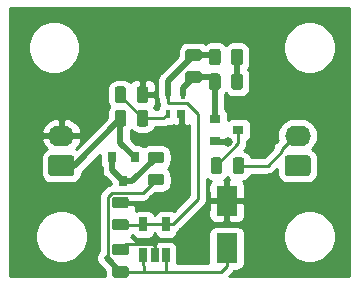
<source format=gbr>
G04 #@! TF.GenerationSoftware,KiCad,Pcbnew,(5.1.5)-3*
G04 #@! TF.CreationDate,2020-06-17T19:37:56+02:00*
G04 #@! TF.ProjectId,LowBatAlarm,4c6f7742-6174-4416-9c61-726d2e6b6963,rev?*
G04 #@! TF.SameCoordinates,Original*
G04 #@! TF.FileFunction,Copper,L1,Top*
G04 #@! TF.FilePolarity,Positive*
%FSLAX46Y46*%
G04 Gerber Fmt 4.6, Leading zero omitted, Abs format (unit mm)*
G04 Created by KiCad (PCBNEW (5.1.5)-3) date 2020-06-17 19:37:56*
%MOMM*%
%LPD*%
G04 APERTURE LIST*
%ADD10C,0.100000*%
%ADD11R,1.800000X2.500000*%
%ADD12R,0.800000X0.900000*%
%ADD13R,0.650000X1.220000*%
%ADD14R,0.400000X0.750000*%
%ADD15R,0.800000X0.750000*%
%ADD16R,0.900000X0.800000*%
%ADD17O,2.200000X1.740000*%
%ADD18C,0.800000*%
%ADD19C,0.500000*%
%ADD20C,0.250000*%
%ADD21C,0.254000*%
G04 APERTURE END LIST*
G04 #@! TA.AperFunction,SMDPad,CuDef*
D10*
G36*
X140680142Y-92013674D02*
G01*
X140703803Y-92017184D01*
X140727007Y-92022996D01*
X140749529Y-92031054D01*
X140771153Y-92041282D01*
X140791670Y-92053579D01*
X140810883Y-92067829D01*
X140828607Y-92083893D01*
X140844671Y-92101617D01*
X140858921Y-92120830D01*
X140871218Y-92141347D01*
X140881446Y-92162971D01*
X140889504Y-92185493D01*
X140895316Y-92208697D01*
X140898826Y-92232358D01*
X140900000Y-92256250D01*
X140900000Y-92743750D01*
X140898826Y-92767642D01*
X140895316Y-92791303D01*
X140889504Y-92814507D01*
X140881446Y-92837029D01*
X140871218Y-92858653D01*
X140858921Y-92879170D01*
X140844671Y-92898383D01*
X140828607Y-92916107D01*
X140810883Y-92932171D01*
X140791670Y-92946421D01*
X140771153Y-92958718D01*
X140749529Y-92968946D01*
X140727007Y-92977004D01*
X140703803Y-92982816D01*
X140680142Y-92986326D01*
X140656250Y-92987500D01*
X139743750Y-92987500D01*
X139719858Y-92986326D01*
X139696197Y-92982816D01*
X139672993Y-92977004D01*
X139650471Y-92968946D01*
X139628847Y-92958718D01*
X139608330Y-92946421D01*
X139589117Y-92932171D01*
X139571393Y-92916107D01*
X139555329Y-92898383D01*
X139541079Y-92879170D01*
X139528782Y-92858653D01*
X139518554Y-92837029D01*
X139510496Y-92814507D01*
X139504684Y-92791303D01*
X139501174Y-92767642D01*
X139500000Y-92743750D01*
X139500000Y-92256250D01*
X139501174Y-92232358D01*
X139504684Y-92208697D01*
X139510496Y-92185493D01*
X139518554Y-92162971D01*
X139528782Y-92141347D01*
X139541079Y-92120830D01*
X139555329Y-92101617D01*
X139571393Y-92083893D01*
X139589117Y-92067829D01*
X139608330Y-92053579D01*
X139628847Y-92041282D01*
X139650471Y-92031054D01*
X139672993Y-92022996D01*
X139696197Y-92017184D01*
X139719858Y-92013674D01*
X139743750Y-92012500D01*
X140656250Y-92012500D01*
X140680142Y-92013674D01*
G37*
G04 #@! TD.AperFunction*
G04 #@! TA.AperFunction,SMDPad,CuDef*
G36*
X140680142Y-90138674D02*
G01*
X140703803Y-90142184D01*
X140727007Y-90147996D01*
X140749529Y-90156054D01*
X140771153Y-90166282D01*
X140791670Y-90178579D01*
X140810883Y-90192829D01*
X140828607Y-90208893D01*
X140844671Y-90226617D01*
X140858921Y-90245830D01*
X140871218Y-90266347D01*
X140881446Y-90287971D01*
X140889504Y-90310493D01*
X140895316Y-90333697D01*
X140898826Y-90357358D01*
X140900000Y-90381250D01*
X140900000Y-90868750D01*
X140898826Y-90892642D01*
X140895316Y-90916303D01*
X140889504Y-90939507D01*
X140881446Y-90962029D01*
X140871218Y-90983653D01*
X140858921Y-91004170D01*
X140844671Y-91023383D01*
X140828607Y-91041107D01*
X140810883Y-91057171D01*
X140791670Y-91071421D01*
X140771153Y-91083718D01*
X140749529Y-91093946D01*
X140727007Y-91102004D01*
X140703803Y-91107816D01*
X140680142Y-91111326D01*
X140656250Y-91112500D01*
X139743750Y-91112500D01*
X139719858Y-91111326D01*
X139696197Y-91107816D01*
X139672993Y-91102004D01*
X139650471Y-91093946D01*
X139628847Y-91083718D01*
X139608330Y-91071421D01*
X139589117Y-91057171D01*
X139571393Y-91041107D01*
X139555329Y-91023383D01*
X139541079Y-91004170D01*
X139528782Y-90983653D01*
X139518554Y-90962029D01*
X139510496Y-90939507D01*
X139504684Y-90916303D01*
X139501174Y-90892642D01*
X139500000Y-90868750D01*
X139500000Y-90381250D01*
X139501174Y-90357358D01*
X139504684Y-90333697D01*
X139510496Y-90310493D01*
X139518554Y-90287971D01*
X139528782Y-90266347D01*
X139541079Y-90245830D01*
X139555329Y-90226617D01*
X139571393Y-90208893D01*
X139589117Y-90192829D01*
X139608330Y-90178579D01*
X139628847Y-90166282D01*
X139650471Y-90156054D01*
X139672993Y-90147996D01*
X139696197Y-90142184D01*
X139719858Y-90138674D01*
X139743750Y-90137500D01*
X140656250Y-90137500D01*
X140680142Y-90138674D01*
G37*
G04 #@! TD.AperFunction*
G04 #@! TA.AperFunction,SMDPad,CuDef*
G36*
X142392642Y-99301174D02*
G01*
X142416303Y-99304684D01*
X142439507Y-99310496D01*
X142462029Y-99318554D01*
X142483653Y-99328782D01*
X142504170Y-99341079D01*
X142523383Y-99355329D01*
X142541107Y-99371393D01*
X142557171Y-99389117D01*
X142571421Y-99408330D01*
X142583718Y-99428847D01*
X142593946Y-99450471D01*
X142602004Y-99472993D01*
X142607816Y-99496197D01*
X142611326Y-99519858D01*
X142612500Y-99543750D01*
X142612500Y-100456250D01*
X142611326Y-100480142D01*
X142607816Y-100503803D01*
X142602004Y-100527007D01*
X142593946Y-100549529D01*
X142583718Y-100571153D01*
X142571421Y-100591670D01*
X142557171Y-100610883D01*
X142541107Y-100628607D01*
X142523383Y-100644671D01*
X142504170Y-100658921D01*
X142483653Y-100671218D01*
X142462029Y-100681446D01*
X142439507Y-100689504D01*
X142416303Y-100695316D01*
X142392642Y-100698826D01*
X142368750Y-100700000D01*
X141881250Y-100700000D01*
X141857358Y-100698826D01*
X141833697Y-100695316D01*
X141810493Y-100689504D01*
X141787971Y-100681446D01*
X141766347Y-100671218D01*
X141745830Y-100658921D01*
X141726617Y-100644671D01*
X141708893Y-100628607D01*
X141692829Y-100610883D01*
X141678579Y-100591670D01*
X141666282Y-100571153D01*
X141656054Y-100549529D01*
X141647996Y-100527007D01*
X141642184Y-100503803D01*
X141638674Y-100480142D01*
X141637500Y-100456250D01*
X141637500Y-99543750D01*
X141638674Y-99519858D01*
X141642184Y-99496197D01*
X141647996Y-99472993D01*
X141656054Y-99450471D01*
X141666282Y-99428847D01*
X141678579Y-99408330D01*
X141692829Y-99389117D01*
X141708893Y-99371393D01*
X141726617Y-99355329D01*
X141745830Y-99341079D01*
X141766347Y-99328782D01*
X141787971Y-99318554D01*
X141810493Y-99310496D01*
X141833697Y-99304684D01*
X141857358Y-99301174D01*
X141881250Y-99300000D01*
X142368750Y-99300000D01*
X142392642Y-99301174D01*
G37*
G04 #@! TD.AperFunction*
G04 #@! TA.AperFunction,SMDPad,CuDef*
G36*
X144267642Y-99301174D02*
G01*
X144291303Y-99304684D01*
X144314507Y-99310496D01*
X144337029Y-99318554D01*
X144358653Y-99328782D01*
X144379170Y-99341079D01*
X144398383Y-99355329D01*
X144416107Y-99371393D01*
X144432171Y-99389117D01*
X144446421Y-99408330D01*
X144458718Y-99428847D01*
X144468946Y-99450471D01*
X144477004Y-99472993D01*
X144482816Y-99496197D01*
X144486326Y-99519858D01*
X144487500Y-99543750D01*
X144487500Y-100456250D01*
X144486326Y-100480142D01*
X144482816Y-100503803D01*
X144477004Y-100527007D01*
X144468946Y-100549529D01*
X144458718Y-100571153D01*
X144446421Y-100591670D01*
X144432171Y-100610883D01*
X144416107Y-100628607D01*
X144398383Y-100644671D01*
X144379170Y-100658921D01*
X144358653Y-100671218D01*
X144337029Y-100681446D01*
X144314507Y-100689504D01*
X144291303Y-100695316D01*
X144267642Y-100698826D01*
X144243750Y-100700000D01*
X143756250Y-100700000D01*
X143732358Y-100698826D01*
X143708697Y-100695316D01*
X143685493Y-100689504D01*
X143662971Y-100681446D01*
X143641347Y-100671218D01*
X143620830Y-100658921D01*
X143601617Y-100644671D01*
X143583893Y-100628607D01*
X143567829Y-100610883D01*
X143553579Y-100591670D01*
X143541282Y-100571153D01*
X143531054Y-100549529D01*
X143522996Y-100527007D01*
X143517184Y-100503803D01*
X143513674Y-100480142D01*
X143512500Y-100456250D01*
X143512500Y-99543750D01*
X143513674Y-99519858D01*
X143517184Y-99496197D01*
X143522996Y-99472993D01*
X143531054Y-99450471D01*
X143541282Y-99428847D01*
X143553579Y-99408330D01*
X143567829Y-99389117D01*
X143583893Y-99371393D01*
X143601617Y-99355329D01*
X143620830Y-99341079D01*
X143641347Y-99328782D01*
X143662971Y-99318554D01*
X143685493Y-99310496D01*
X143708697Y-99304684D01*
X143732358Y-99301174D01*
X143756250Y-99300000D01*
X144243750Y-99300000D01*
X144267642Y-99301174D01*
G37*
G04 #@! TD.AperFunction*
G04 #@! TA.AperFunction,SMDPad,CuDef*
G36*
X137480142Y-100713674D02*
G01*
X137503803Y-100717184D01*
X137527007Y-100722996D01*
X137549529Y-100731054D01*
X137571153Y-100741282D01*
X137591670Y-100753579D01*
X137610883Y-100767829D01*
X137628607Y-100783893D01*
X137644671Y-100801617D01*
X137658921Y-100820830D01*
X137671218Y-100841347D01*
X137681446Y-100862971D01*
X137689504Y-100885493D01*
X137695316Y-100908697D01*
X137698826Y-100932358D01*
X137700000Y-100956250D01*
X137700000Y-101443750D01*
X137698826Y-101467642D01*
X137695316Y-101491303D01*
X137689504Y-101514507D01*
X137681446Y-101537029D01*
X137671218Y-101558653D01*
X137658921Y-101579170D01*
X137644671Y-101598383D01*
X137628607Y-101616107D01*
X137610883Y-101632171D01*
X137591670Y-101646421D01*
X137571153Y-101658718D01*
X137549529Y-101668946D01*
X137527007Y-101677004D01*
X137503803Y-101682816D01*
X137480142Y-101686326D01*
X137456250Y-101687500D01*
X136543750Y-101687500D01*
X136519858Y-101686326D01*
X136496197Y-101682816D01*
X136472993Y-101677004D01*
X136450471Y-101668946D01*
X136428847Y-101658718D01*
X136408330Y-101646421D01*
X136389117Y-101632171D01*
X136371393Y-101616107D01*
X136355329Y-101598383D01*
X136341079Y-101579170D01*
X136328782Y-101558653D01*
X136318554Y-101537029D01*
X136310496Y-101514507D01*
X136304684Y-101491303D01*
X136301174Y-101467642D01*
X136300000Y-101443750D01*
X136300000Y-100956250D01*
X136301174Y-100932358D01*
X136304684Y-100908697D01*
X136310496Y-100885493D01*
X136318554Y-100862971D01*
X136328782Y-100841347D01*
X136341079Y-100820830D01*
X136355329Y-100801617D01*
X136371393Y-100783893D01*
X136389117Y-100767829D01*
X136408330Y-100753579D01*
X136428847Y-100741282D01*
X136450471Y-100731054D01*
X136472993Y-100722996D01*
X136496197Y-100717184D01*
X136519858Y-100713674D01*
X136543750Y-100712500D01*
X137456250Y-100712500D01*
X137480142Y-100713674D01*
G37*
G04 #@! TD.AperFunction*
G04 #@! TA.AperFunction,SMDPad,CuDef*
G36*
X137480142Y-98838674D02*
G01*
X137503803Y-98842184D01*
X137527007Y-98847996D01*
X137549529Y-98856054D01*
X137571153Y-98866282D01*
X137591670Y-98878579D01*
X137610883Y-98892829D01*
X137628607Y-98908893D01*
X137644671Y-98926617D01*
X137658921Y-98945830D01*
X137671218Y-98966347D01*
X137681446Y-98987971D01*
X137689504Y-99010493D01*
X137695316Y-99033697D01*
X137698826Y-99057358D01*
X137700000Y-99081250D01*
X137700000Y-99568750D01*
X137698826Y-99592642D01*
X137695316Y-99616303D01*
X137689504Y-99639507D01*
X137681446Y-99662029D01*
X137671218Y-99683653D01*
X137658921Y-99704170D01*
X137644671Y-99723383D01*
X137628607Y-99741107D01*
X137610883Y-99757171D01*
X137591670Y-99771421D01*
X137571153Y-99783718D01*
X137549529Y-99793946D01*
X137527007Y-99802004D01*
X137503803Y-99807816D01*
X137480142Y-99811326D01*
X137456250Y-99812500D01*
X136543750Y-99812500D01*
X136519858Y-99811326D01*
X136496197Y-99807816D01*
X136472993Y-99802004D01*
X136450471Y-99793946D01*
X136428847Y-99783718D01*
X136408330Y-99771421D01*
X136389117Y-99757171D01*
X136371393Y-99741107D01*
X136355329Y-99723383D01*
X136341079Y-99704170D01*
X136328782Y-99683653D01*
X136318554Y-99662029D01*
X136310496Y-99639507D01*
X136304684Y-99616303D01*
X136301174Y-99592642D01*
X136300000Y-99568750D01*
X136300000Y-99081250D01*
X136301174Y-99057358D01*
X136304684Y-99033697D01*
X136310496Y-99010493D01*
X136318554Y-98987971D01*
X136328782Y-98966347D01*
X136341079Y-98945830D01*
X136355329Y-98926617D01*
X136371393Y-98908893D01*
X136389117Y-98892829D01*
X136408330Y-98878579D01*
X136428847Y-98866282D01*
X136450471Y-98856054D01*
X136472993Y-98847996D01*
X136496197Y-98842184D01*
X136519858Y-98838674D01*
X136543750Y-98837500D01*
X137456250Y-98837500D01*
X137480142Y-98838674D01*
G37*
G04 #@! TD.AperFunction*
D11*
X143000000Y-103000000D03*
X143000000Y-107000000D03*
D12*
X134250000Y-101300000D03*
X133300000Y-99300000D03*
X135200000Y-99300000D03*
D13*
X135950000Y-104980000D03*
X137850000Y-104980000D03*
X137850000Y-107600000D03*
X136900000Y-107600000D03*
X135950000Y-107600000D03*
G04 #@! TA.AperFunction,SMDPad,CuDef*
D10*
G36*
X134480142Y-106638674D02*
G01*
X134503803Y-106642184D01*
X134527007Y-106647996D01*
X134549529Y-106656054D01*
X134571153Y-106666282D01*
X134591670Y-106678579D01*
X134610883Y-106692829D01*
X134628607Y-106708893D01*
X134644671Y-106726617D01*
X134658921Y-106745830D01*
X134671218Y-106766347D01*
X134681446Y-106787971D01*
X134689504Y-106810493D01*
X134695316Y-106833697D01*
X134698826Y-106857358D01*
X134700000Y-106881250D01*
X134700000Y-107368750D01*
X134698826Y-107392642D01*
X134695316Y-107416303D01*
X134689504Y-107439507D01*
X134681446Y-107462029D01*
X134671218Y-107483653D01*
X134658921Y-107504170D01*
X134644671Y-107523383D01*
X134628607Y-107541107D01*
X134610883Y-107557171D01*
X134591670Y-107571421D01*
X134571153Y-107583718D01*
X134549529Y-107593946D01*
X134527007Y-107602004D01*
X134503803Y-107607816D01*
X134480142Y-107611326D01*
X134456250Y-107612500D01*
X133543750Y-107612500D01*
X133519858Y-107611326D01*
X133496197Y-107607816D01*
X133472993Y-107602004D01*
X133450471Y-107593946D01*
X133428847Y-107583718D01*
X133408330Y-107571421D01*
X133389117Y-107557171D01*
X133371393Y-107541107D01*
X133355329Y-107523383D01*
X133341079Y-107504170D01*
X133328782Y-107483653D01*
X133318554Y-107462029D01*
X133310496Y-107439507D01*
X133304684Y-107416303D01*
X133301174Y-107392642D01*
X133300000Y-107368750D01*
X133300000Y-106881250D01*
X133301174Y-106857358D01*
X133304684Y-106833697D01*
X133310496Y-106810493D01*
X133318554Y-106787971D01*
X133328782Y-106766347D01*
X133341079Y-106745830D01*
X133355329Y-106726617D01*
X133371393Y-106708893D01*
X133389117Y-106692829D01*
X133408330Y-106678579D01*
X133428847Y-106666282D01*
X133450471Y-106656054D01*
X133472993Y-106647996D01*
X133496197Y-106642184D01*
X133519858Y-106638674D01*
X133543750Y-106637500D01*
X134456250Y-106637500D01*
X134480142Y-106638674D01*
G37*
G04 #@! TD.AperFunction*
G04 #@! TA.AperFunction,SMDPad,CuDef*
G36*
X134480142Y-108513674D02*
G01*
X134503803Y-108517184D01*
X134527007Y-108522996D01*
X134549529Y-108531054D01*
X134571153Y-108541282D01*
X134591670Y-108553579D01*
X134610883Y-108567829D01*
X134628607Y-108583893D01*
X134644671Y-108601617D01*
X134658921Y-108620830D01*
X134671218Y-108641347D01*
X134681446Y-108662971D01*
X134689504Y-108685493D01*
X134695316Y-108708697D01*
X134698826Y-108732358D01*
X134700000Y-108756250D01*
X134700000Y-109243750D01*
X134698826Y-109267642D01*
X134695316Y-109291303D01*
X134689504Y-109314507D01*
X134681446Y-109337029D01*
X134671218Y-109358653D01*
X134658921Y-109379170D01*
X134644671Y-109398383D01*
X134628607Y-109416107D01*
X134610883Y-109432171D01*
X134591670Y-109446421D01*
X134571153Y-109458718D01*
X134549529Y-109468946D01*
X134527007Y-109477004D01*
X134503803Y-109482816D01*
X134480142Y-109486326D01*
X134456250Y-109487500D01*
X133543750Y-109487500D01*
X133519858Y-109486326D01*
X133496197Y-109482816D01*
X133472993Y-109477004D01*
X133450471Y-109468946D01*
X133428847Y-109458718D01*
X133408330Y-109446421D01*
X133389117Y-109432171D01*
X133371393Y-109416107D01*
X133355329Y-109398383D01*
X133341079Y-109379170D01*
X133328782Y-109358653D01*
X133318554Y-109337029D01*
X133310496Y-109314507D01*
X133304684Y-109291303D01*
X133301174Y-109267642D01*
X133300000Y-109243750D01*
X133300000Y-108756250D01*
X133301174Y-108732358D01*
X133304684Y-108708697D01*
X133310496Y-108685493D01*
X133318554Y-108662971D01*
X133328782Y-108641347D01*
X133341079Y-108620830D01*
X133355329Y-108601617D01*
X133371393Y-108583893D01*
X133389117Y-108567829D01*
X133408330Y-108553579D01*
X133428847Y-108541282D01*
X133450471Y-108531054D01*
X133472993Y-108522996D01*
X133496197Y-108517184D01*
X133519858Y-108513674D01*
X133543750Y-108512500D01*
X134456250Y-108512500D01*
X134480142Y-108513674D01*
G37*
G04 #@! TD.AperFunction*
G04 #@! TA.AperFunction,SMDPad,CuDef*
G36*
X134480142Y-102638674D02*
G01*
X134503803Y-102642184D01*
X134527007Y-102647996D01*
X134549529Y-102656054D01*
X134571153Y-102666282D01*
X134591670Y-102678579D01*
X134610883Y-102692829D01*
X134628607Y-102708893D01*
X134644671Y-102726617D01*
X134658921Y-102745830D01*
X134671218Y-102766347D01*
X134681446Y-102787971D01*
X134689504Y-102810493D01*
X134695316Y-102833697D01*
X134698826Y-102857358D01*
X134700000Y-102881250D01*
X134700000Y-103368750D01*
X134698826Y-103392642D01*
X134695316Y-103416303D01*
X134689504Y-103439507D01*
X134681446Y-103462029D01*
X134671218Y-103483653D01*
X134658921Y-103504170D01*
X134644671Y-103523383D01*
X134628607Y-103541107D01*
X134610883Y-103557171D01*
X134591670Y-103571421D01*
X134571153Y-103583718D01*
X134549529Y-103593946D01*
X134527007Y-103602004D01*
X134503803Y-103607816D01*
X134480142Y-103611326D01*
X134456250Y-103612500D01*
X133543750Y-103612500D01*
X133519858Y-103611326D01*
X133496197Y-103607816D01*
X133472993Y-103602004D01*
X133450471Y-103593946D01*
X133428847Y-103583718D01*
X133408330Y-103571421D01*
X133389117Y-103557171D01*
X133371393Y-103541107D01*
X133355329Y-103523383D01*
X133341079Y-103504170D01*
X133328782Y-103483653D01*
X133318554Y-103462029D01*
X133310496Y-103439507D01*
X133304684Y-103416303D01*
X133301174Y-103392642D01*
X133300000Y-103368750D01*
X133300000Y-102881250D01*
X133301174Y-102857358D01*
X133304684Y-102833697D01*
X133310496Y-102810493D01*
X133318554Y-102787971D01*
X133328782Y-102766347D01*
X133341079Y-102745830D01*
X133355329Y-102726617D01*
X133371393Y-102708893D01*
X133389117Y-102692829D01*
X133408330Y-102678579D01*
X133428847Y-102666282D01*
X133450471Y-102656054D01*
X133472993Y-102647996D01*
X133496197Y-102642184D01*
X133519858Y-102638674D01*
X133543750Y-102637500D01*
X134456250Y-102637500D01*
X134480142Y-102638674D01*
G37*
G04 #@! TD.AperFunction*
G04 #@! TA.AperFunction,SMDPad,CuDef*
G36*
X134480142Y-104513674D02*
G01*
X134503803Y-104517184D01*
X134527007Y-104522996D01*
X134549529Y-104531054D01*
X134571153Y-104541282D01*
X134591670Y-104553579D01*
X134610883Y-104567829D01*
X134628607Y-104583893D01*
X134644671Y-104601617D01*
X134658921Y-104620830D01*
X134671218Y-104641347D01*
X134681446Y-104662971D01*
X134689504Y-104685493D01*
X134695316Y-104708697D01*
X134698826Y-104732358D01*
X134700000Y-104756250D01*
X134700000Y-105243750D01*
X134698826Y-105267642D01*
X134695316Y-105291303D01*
X134689504Y-105314507D01*
X134681446Y-105337029D01*
X134671218Y-105358653D01*
X134658921Y-105379170D01*
X134644671Y-105398383D01*
X134628607Y-105416107D01*
X134610883Y-105432171D01*
X134591670Y-105446421D01*
X134571153Y-105458718D01*
X134549529Y-105468946D01*
X134527007Y-105477004D01*
X134503803Y-105482816D01*
X134480142Y-105486326D01*
X134456250Y-105487500D01*
X133543750Y-105487500D01*
X133519858Y-105486326D01*
X133496197Y-105482816D01*
X133472993Y-105477004D01*
X133450471Y-105468946D01*
X133428847Y-105458718D01*
X133408330Y-105446421D01*
X133389117Y-105432171D01*
X133371393Y-105416107D01*
X133355329Y-105398383D01*
X133341079Y-105379170D01*
X133328782Y-105358653D01*
X133318554Y-105337029D01*
X133310496Y-105314507D01*
X133304684Y-105291303D01*
X133301174Y-105267642D01*
X133300000Y-105243750D01*
X133300000Y-104756250D01*
X133301174Y-104732358D01*
X133304684Y-104708697D01*
X133310496Y-104685493D01*
X133318554Y-104662971D01*
X133328782Y-104641347D01*
X133341079Y-104620830D01*
X133355329Y-104601617D01*
X133371393Y-104583893D01*
X133389117Y-104567829D01*
X133408330Y-104553579D01*
X133428847Y-104541282D01*
X133450471Y-104531054D01*
X133472993Y-104522996D01*
X133496197Y-104517184D01*
X133519858Y-104513674D01*
X133543750Y-104512500D01*
X134456250Y-104512500D01*
X134480142Y-104513674D01*
G37*
G04 #@! TD.AperFunction*
G04 #@! TA.AperFunction,SMDPad,CuDef*
G36*
X136142642Y-93301174D02*
G01*
X136166303Y-93304684D01*
X136189507Y-93310496D01*
X136212029Y-93318554D01*
X136233653Y-93328782D01*
X136254170Y-93341079D01*
X136273383Y-93355329D01*
X136291107Y-93371393D01*
X136307171Y-93389117D01*
X136321421Y-93408330D01*
X136333718Y-93428847D01*
X136343946Y-93450471D01*
X136352004Y-93472993D01*
X136357816Y-93496197D01*
X136361326Y-93519858D01*
X136362500Y-93543750D01*
X136362500Y-94456250D01*
X136361326Y-94480142D01*
X136357816Y-94503803D01*
X136352004Y-94527007D01*
X136343946Y-94549529D01*
X136333718Y-94571153D01*
X136321421Y-94591670D01*
X136307171Y-94610883D01*
X136291107Y-94628607D01*
X136273383Y-94644671D01*
X136254170Y-94658921D01*
X136233653Y-94671218D01*
X136212029Y-94681446D01*
X136189507Y-94689504D01*
X136166303Y-94695316D01*
X136142642Y-94698826D01*
X136118750Y-94700000D01*
X135631250Y-94700000D01*
X135607358Y-94698826D01*
X135583697Y-94695316D01*
X135560493Y-94689504D01*
X135537971Y-94681446D01*
X135516347Y-94671218D01*
X135495830Y-94658921D01*
X135476617Y-94644671D01*
X135458893Y-94628607D01*
X135442829Y-94610883D01*
X135428579Y-94591670D01*
X135416282Y-94571153D01*
X135406054Y-94549529D01*
X135397996Y-94527007D01*
X135392184Y-94503803D01*
X135388674Y-94480142D01*
X135387500Y-94456250D01*
X135387500Y-93543750D01*
X135388674Y-93519858D01*
X135392184Y-93496197D01*
X135397996Y-93472993D01*
X135406054Y-93450471D01*
X135416282Y-93428847D01*
X135428579Y-93408330D01*
X135442829Y-93389117D01*
X135458893Y-93371393D01*
X135476617Y-93355329D01*
X135495830Y-93341079D01*
X135516347Y-93328782D01*
X135537971Y-93318554D01*
X135560493Y-93310496D01*
X135583697Y-93304684D01*
X135607358Y-93301174D01*
X135631250Y-93300000D01*
X136118750Y-93300000D01*
X136142642Y-93301174D01*
G37*
G04 #@! TD.AperFunction*
G04 #@! TA.AperFunction,SMDPad,CuDef*
G36*
X134267642Y-93301174D02*
G01*
X134291303Y-93304684D01*
X134314507Y-93310496D01*
X134337029Y-93318554D01*
X134358653Y-93328782D01*
X134379170Y-93341079D01*
X134398383Y-93355329D01*
X134416107Y-93371393D01*
X134432171Y-93389117D01*
X134446421Y-93408330D01*
X134458718Y-93428847D01*
X134468946Y-93450471D01*
X134477004Y-93472993D01*
X134482816Y-93496197D01*
X134486326Y-93519858D01*
X134487500Y-93543750D01*
X134487500Y-94456250D01*
X134486326Y-94480142D01*
X134482816Y-94503803D01*
X134477004Y-94527007D01*
X134468946Y-94549529D01*
X134458718Y-94571153D01*
X134446421Y-94591670D01*
X134432171Y-94610883D01*
X134416107Y-94628607D01*
X134398383Y-94644671D01*
X134379170Y-94658921D01*
X134358653Y-94671218D01*
X134337029Y-94681446D01*
X134314507Y-94689504D01*
X134291303Y-94695316D01*
X134267642Y-94698826D01*
X134243750Y-94700000D01*
X133756250Y-94700000D01*
X133732358Y-94698826D01*
X133708697Y-94695316D01*
X133685493Y-94689504D01*
X133662971Y-94681446D01*
X133641347Y-94671218D01*
X133620830Y-94658921D01*
X133601617Y-94644671D01*
X133583893Y-94628607D01*
X133567829Y-94610883D01*
X133553579Y-94591670D01*
X133541282Y-94571153D01*
X133531054Y-94549529D01*
X133522996Y-94527007D01*
X133517184Y-94503803D01*
X133513674Y-94480142D01*
X133512500Y-94456250D01*
X133512500Y-93543750D01*
X133513674Y-93519858D01*
X133517184Y-93496197D01*
X133522996Y-93472993D01*
X133531054Y-93450471D01*
X133541282Y-93428847D01*
X133553579Y-93408330D01*
X133567829Y-93389117D01*
X133583893Y-93371393D01*
X133601617Y-93355329D01*
X133620830Y-93341079D01*
X133641347Y-93328782D01*
X133662971Y-93318554D01*
X133685493Y-93310496D01*
X133708697Y-93304684D01*
X133732358Y-93301174D01*
X133756250Y-93300000D01*
X134243750Y-93300000D01*
X134267642Y-93301174D01*
G37*
G04 #@! TD.AperFunction*
G04 #@! TA.AperFunction,SMDPad,CuDef*
G36*
X136142642Y-95301174D02*
G01*
X136166303Y-95304684D01*
X136189507Y-95310496D01*
X136212029Y-95318554D01*
X136233653Y-95328782D01*
X136254170Y-95341079D01*
X136273383Y-95355329D01*
X136291107Y-95371393D01*
X136307171Y-95389117D01*
X136321421Y-95408330D01*
X136333718Y-95428847D01*
X136343946Y-95450471D01*
X136352004Y-95472993D01*
X136357816Y-95496197D01*
X136361326Y-95519858D01*
X136362500Y-95543750D01*
X136362500Y-96456250D01*
X136361326Y-96480142D01*
X136357816Y-96503803D01*
X136352004Y-96527007D01*
X136343946Y-96549529D01*
X136333718Y-96571153D01*
X136321421Y-96591670D01*
X136307171Y-96610883D01*
X136291107Y-96628607D01*
X136273383Y-96644671D01*
X136254170Y-96658921D01*
X136233653Y-96671218D01*
X136212029Y-96681446D01*
X136189507Y-96689504D01*
X136166303Y-96695316D01*
X136142642Y-96698826D01*
X136118750Y-96700000D01*
X135631250Y-96700000D01*
X135607358Y-96698826D01*
X135583697Y-96695316D01*
X135560493Y-96689504D01*
X135537971Y-96681446D01*
X135516347Y-96671218D01*
X135495830Y-96658921D01*
X135476617Y-96644671D01*
X135458893Y-96628607D01*
X135442829Y-96610883D01*
X135428579Y-96591670D01*
X135416282Y-96571153D01*
X135406054Y-96549529D01*
X135397996Y-96527007D01*
X135392184Y-96503803D01*
X135388674Y-96480142D01*
X135387500Y-96456250D01*
X135387500Y-95543750D01*
X135388674Y-95519858D01*
X135392184Y-95496197D01*
X135397996Y-95472993D01*
X135406054Y-95450471D01*
X135416282Y-95428847D01*
X135428579Y-95408330D01*
X135442829Y-95389117D01*
X135458893Y-95371393D01*
X135476617Y-95355329D01*
X135495830Y-95341079D01*
X135516347Y-95328782D01*
X135537971Y-95318554D01*
X135560493Y-95310496D01*
X135583697Y-95304684D01*
X135607358Y-95301174D01*
X135631250Y-95300000D01*
X136118750Y-95300000D01*
X136142642Y-95301174D01*
G37*
G04 #@! TD.AperFunction*
G04 #@! TA.AperFunction,SMDPad,CuDef*
G36*
X134267642Y-95301174D02*
G01*
X134291303Y-95304684D01*
X134314507Y-95310496D01*
X134337029Y-95318554D01*
X134358653Y-95328782D01*
X134379170Y-95341079D01*
X134398383Y-95355329D01*
X134416107Y-95371393D01*
X134432171Y-95389117D01*
X134446421Y-95408330D01*
X134458718Y-95428847D01*
X134468946Y-95450471D01*
X134477004Y-95472993D01*
X134482816Y-95496197D01*
X134486326Y-95519858D01*
X134487500Y-95543750D01*
X134487500Y-96456250D01*
X134486326Y-96480142D01*
X134482816Y-96503803D01*
X134477004Y-96527007D01*
X134468946Y-96549529D01*
X134458718Y-96571153D01*
X134446421Y-96591670D01*
X134432171Y-96610883D01*
X134416107Y-96628607D01*
X134398383Y-96644671D01*
X134379170Y-96658921D01*
X134358653Y-96671218D01*
X134337029Y-96681446D01*
X134314507Y-96689504D01*
X134291303Y-96695316D01*
X134267642Y-96698826D01*
X134243750Y-96700000D01*
X133756250Y-96700000D01*
X133732358Y-96698826D01*
X133708697Y-96695316D01*
X133685493Y-96689504D01*
X133662971Y-96681446D01*
X133641347Y-96671218D01*
X133620830Y-96658921D01*
X133601617Y-96644671D01*
X133583893Y-96628607D01*
X133567829Y-96610883D01*
X133553579Y-96591670D01*
X133541282Y-96571153D01*
X133531054Y-96549529D01*
X133522996Y-96527007D01*
X133517184Y-96503803D01*
X133513674Y-96480142D01*
X133512500Y-96456250D01*
X133512500Y-95543750D01*
X133513674Y-95519858D01*
X133517184Y-95496197D01*
X133522996Y-95472993D01*
X133531054Y-95450471D01*
X133541282Y-95428847D01*
X133553579Y-95408330D01*
X133567829Y-95389117D01*
X133583893Y-95371393D01*
X133601617Y-95355329D01*
X133620830Y-95341079D01*
X133641347Y-95328782D01*
X133662971Y-95318554D01*
X133685493Y-95310496D01*
X133708697Y-95304684D01*
X133732358Y-95301174D01*
X133756250Y-95300000D01*
X134243750Y-95300000D01*
X134267642Y-95301174D01*
G37*
G04 #@! TD.AperFunction*
D14*
X138000000Y-94000000D03*
X139300000Y-94000000D03*
D15*
X139150000Y-95650000D03*
D14*
X138000000Y-95650000D03*
G04 #@! TA.AperFunction,SMDPad,CuDef*
D10*
G36*
X144142642Y-90101174D02*
G01*
X144166303Y-90104684D01*
X144189507Y-90110496D01*
X144212029Y-90118554D01*
X144233653Y-90128782D01*
X144254170Y-90141079D01*
X144273383Y-90155329D01*
X144291107Y-90171393D01*
X144307171Y-90189117D01*
X144321421Y-90208330D01*
X144333718Y-90228847D01*
X144343946Y-90250471D01*
X144352004Y-90272993D01*
X144357816Y-90296197D01*
X144361326Y-90319858D01*
X144362500Y-90343750D01*
X144362500Y-91256250D01*
X144361326Y-91280142D01*
X144357816Y-91303803D01*
X144352004Y-91327007D01*
X144343946Y-91349529D01*
X144333718Y-91371153D01*
X144321421Y-91391670D01*
X144307171Y-91410883D01*
X144291107Y-91428607D01*
X144273383Y-91444671D01*
X144254170Y-91458921D01*
X144233653Y-91471218D01*
X144212029Y-91481446D01*
X144189507Y-91489504D01*
X144166303Y-91495316D01*
X144142642Y-91498826D01*
X144118750Y-91500000D01*
X143631250Y-91500000D01*
X143607358Y-91498826D01*
X143583697Y-91495316D01*
X143560493Y-91489504D01*
X143537971Y-91481446D01*
X143516347Y-91471218D01*
X143495830Y-91458921D01*
X143476617Y-91444671D01*
X143458893Y-91428607D01*
X143442829Y-91410883D01*
X143428579Y-91391670D01*
X143416282Y-91371153D01*
X143406054Y-91349529D01*
X143397996Y-91327007D01*
X143392184Y-91303803D01*
X143388674Y-91280142D01*
X143387500Y-91256250D01*
X143387500Y-90343750D01*
X143388674Y-90319858D01*
X143392184Y-90296197D01*
X143397996Y-90272993D01*
X143406054Y-90250471D01*
X143416282Y-90228847D01*
X143428579Y-90208330D01*
X143442829Y-90189117D01*
X143458893Y-90171393D01*
X143476617Y-90155329D01*
X143495830Y-90141079D01*
X143516347Y-90128782D01*
X143537971Y-90118554D01*
X143560493Y-90110496D01*
X143583697Y-90104684D01*
X143607358Y-90101174D01*
X143631250Y-90100000D01*
X144118750Y-90100000D01*
X144142642Y-90101174D01*
G37*
G04 #@! TD.AperFunction*
G04 #@! TA.AperFunction,SMDPad,CuDef*
G36*
X142267642Y-90101174D02*
G01*
X142291303Y-90104684D01*
X142314507Y-90110496D01*
X142337029Y-90118554D01*
X142358653Y-90128782D01*
X142379170Y-90141079D01*
X142398383Y-90155329D01*
X142416107Y-90171393D01*
X142432171Y-90189117D01*
X142446421Y-90208330D01*
X142458718Y-90228847D01*
X142468946Y-90250471D01*
X142477004Y-90272993D01*
X142482816Y-90296197D01*
X142486326Y-90319858D01*
X142487500Y-90343750D01*
X142487500Y-91256250D01*
X142486326Y-91280142D01*
X142482816Y-91303803D01*
X142477004Y-91327007D01*
X142468946Y-91349529D01*
X142458718Y-91371153D01*
X142446421Y-91391670D01*
X142432171Y-91410883D01*
X142416107Y-91428607D01*
X142398383Y-91444671D01*
X142379170Y-91458921D01*
X142358653Y-91471218D01*
X142337029Y-91481446D01*
X142314507Y-91489504D01*
X142291303Y-91495316D01*
X142267642Y-91498826D01*
X142243750Y-91500000D01*
X141756250Y-91500000D01*
X141732358Y-91498826D01*
X141708697Y-91495316D01*
X141685493Y-91489504D01*
X141662971Y-91481446D01*
X141641347Y-91471218D01*
X141620830Y-91458921D01*
X141601617Y-91444671D01*
X141583893Y-91428607D01*
X141567829Y-91410883D01*
X141553579Y-91391670D01*
X141541282Y-91371153D01*
X141531054Y-91349529D01*
X141522996Y-91327007D01*
X141517184Y-91303803D01*
X141513674Y-91280142D01*
X141512500Y-91256250D01*
X141512500Y-90343750D01*
X141513674Y-90319858D01*
X141517184Y-90296197D01*
X141522996Y-90272993D01*
X141531054Y-90250471D01*
X141541282Y-90228847D01*
X141553579Y-90208330D01*
X141567829Y-90189117D01*
X141583893Y-90171393D01*
X141601617Y-90155329D01*
X141620830Y-90141079D01*
X141641347Y-90128782D01*
X141662971Y-90118554D01*
X141685493Y-90110496D01*
X141708697Y-90104684D01*
X141732358Y-90101174D01*
X141756250Y-90100000D01*
X142243750Y-90100000D01*
X142267642Y-90101174D01*
G37*
G04 #@! TD.AperFunction*
D16*
X144000000Y-97000000D03*
X142000000Y-97950000D03*
X142000000Y-96050000D03*
D17*
X149000000Y-97460000D03*
G04 #@! TA.AperFunction,ComponentPad*
D10*
G36*
X149874505Y-99131204D02*
G01*
X149898773Y-99134804D01*
X149922572Y-99140765D01*
X149945671Y-99149030D01*
X149967850Y-99159520D01*
X149988893Y-99172132D01*
X150008599Y-99186747D01*
X150026777Y-99203223D01*
X150043253Y-99221401D01*
X150057868Y-99241107D01*
X150070480Y-99262150D01*
X150080970Y-99284329D01*
X150089235Y-99307428D01*
X150095196Y-99331227D01*
X150098796Y-99355495D01*
X150100000Y-99379999D01*
X150100000Y-100620001D01*
X150098796Y-100644505D01*
X150095196Y-100668773D01*
X150089235Y-100692572D01*
X150080970Y-100715671D01*
X150070480Y-100737850D01*
X150057868Y-100758893D01*
X150043253Y-100778599D01*
X150026777Y-100796777D01*
X150008599Y-100813253D01*
X149988893Y-100827868D01*
X149967850Y-100840480D01*
X149945671Y-100850970D01*
X149922572Y-100859235D01*
X149898773Y-100865196D01*
X149874505Y-100868796D01*
X149850001Y-100870000D01*
X148149999Y-100870000D01*
X148125495Y-100868796D01*
X148101227Y-100865196D01*
X148077428Y-100859235D01*
X148054329Y-100850970D01*
X148032150Y-100840480D01*
X148011107Y-100827868D01*
X147991401Y-100813253D01*
X147973223Y-100796777D01*
X147956747Y-100778599D01*
X147942132Y-100758893D01*
X147929520Y-100737850D01*
X147919030Y-100715671D01*
X147910765Y-100692572D01*
X147904804Y-100668773D01*
X147901204Y-100644505D01*
X147900000Y-100620001D01*
X147900000Y-99379999D01*
X147901204Y-99355495D01*
X147904804Y-99331227D01*
X147910765Y-99307428D01*
X147919030Y-99284329D01*
X147929520Y-99262150D01*
X147942132Y-99241107D01*
X147956747Y-99221401D01*
X147973223Y-99203223D01*
X147991401Y-99186747D01*
X148011107Y-99172132D01*
X148032150Y-99159520D01*
X148054329Y-99149030D01*
X148077428Y-99140765D01*
X148101227Y-99134804D01*
X148125495Y-99131204D01*
X148149999Y-99130000D01*
X149850001Y-99130000D01*
X149874505Y-99131204D01*
G37*
G04 #@! TD.AperFunction*
D17*
X129000000Y-97460000D03*
G04 #@! TA.AperFunction,ComponentPad*
D10*
G36*
X129874505Y-99131204D02*
G01*
X129898773Y-99134804D01*
X129922572Y-99140765D01*
X129945671Y-99149030D01*
X129967850Y-99159520D01*
X129988893Y-99172132D01*
X130008599Y-99186747D01*
X130026777Y-99203223D01*
X130043253Y-99221401D01*
X130057868Y-99241107D01*
X130070480Y-99262150D01*
X130080970Y-99284329D01*
X130089235Y-99307428D01*
X130095196Y-99331227D01*
X130098796Y-99355495D01*
X130100000Y-99379999D01*
X130100000Y-100620001D01*
X130098796Y-100644505D01*
X130095196Y-100668773D01*
X130089235Y-100692572D01*
X130080970Y-100715671D01*
X130070480Y-100737850D01*
X130057868Y-100758893D01*
X130043253Y-100778599D01*
X130026777Y-100796777D01*
X130008599Y-100813253D01*
X129988893Y-100827868D01*
X129967850Y-100840480D01*
X129945671Y-100850970D01*
X129922572Y-100859235D01*
X129898773Y-100865196D01*
X129874505Y-100868796D01*
X129850001Y-100870000D01*
X128149999Y-100870000D01*
X128125495Y-100868796D01*
X128101227Y-100865196D01*
X128077428Y-100859235D01*
X128054329Y-100850970D01*
X128032150Y-100840480D01*
X128011107Y-100827868D01*
X127991401Y-100813253D01*
X127973223Y-100796777D01*
X127956747Y-100778599D01*
X127942132Y-100758893D01*
X127929520Y-100737850D01*
X127919030Y-100715671D01*
X127910765Y-100692572D01*
X127904804Y-100668773D01*
X127901204Y-100644505D01*
X127900000Y-100620001D01*
X127900000Y-99379999D01*
X127901204Y-99355495D01*
X127904804Y-99331227D01*
X127910765Y-99307428D01*
X127919030Y-99284329D01*
X127929520Y-99262150D01*
X127942132Y-99241107D01*
X127956747Y-99221401D01*
X127973223Y-99203223D01*
X127991401Y-99186747D01*
X128011107Y-99172132D01*
X128032150Y-99159520D01*
X128054329Y-99149030D01*
X128077428Y-99140765D01*
X128101227Y-99134804D01*
X128125495Y-99131204D01*
X128149999Y-99130000D01*
X129850001Y-99130000D01*
X129874505Y-99131204D01*
G37*
G04 #@! TD.AperFunction*
G04 #@! TA.AperFunction,SMDPad,CuDef*
G36*
X144142642Y-92201174D02*
G01*
X144166303Y-92204684D01*
X144189507Y-92210496D01*
X144212029Y-92218554D01*
X144233653Y-92228782D01*
X144254170Y-92241079D01*
X144273383Y-92255329D01*
X144291107Y-92271393D01*
X144307171Y-92289117D01*
X144321421Y-92308330D01*
X144333718Y-92328847D01*
X144343946Y-92350471D01*
X144352004Y-92372993D01*
X144357816Y-92396197D01*
X144361326Y-92419858D01*
X144362500Y-92443750D01*
X144362500Y-93356250D01*
X144361326Y-93380142D01*
X144357816Y-93403803D01*
X144352004Y-93427007D01*
X144343946Y-93449529D01*
X144333718Y-93471153D01*
X144321421Y-93491670D01*
X144307171Y-93510883D01*
X144291107Y-93528607D01*
X144273383Y-93544671D01*
X144254170Y-93558921D01*
X144233653Y-93571218D01*
X144212029Y-93581446D01*
X144189507Y-93589504D01*
X144166303Y-93595316D01*
X144142642Y-93598826D01*
X144118750Y-93600000D01*
X143631250Y-93600000D01*
X143607358Y-93598826D01*
X143583697Y-93595316D01*
X143560493Y-93589504D01*
X143537971Y-93581446D01*
X143516347Y-93571218D01*
X143495830Y-93558921D01*
X143476617Y-93544671D01*
X143458893Y-93528607D01*
X143442829Y-93510883D01*
X143428579Y-93491670D01*
X143416282Y-93471153D01*
X143406054Y-93449529D01*
X143397996Y-93427007D01*
X143392184Y-93403803D01*
X143388674Y-93380142D01*
X143387500Y-93356250D01*
X143387500Y-92443750D01*
X143388674Y-92419858D01*
X143392184Y-92396197D01*
X143397996Y-92372993D01*
X143406054Y-92350471D01*
X143416282Y-92328847D01*
X143428579Y-92308330D01*
X143442829Y-92289117D01*
X143458893Y-92271393D01*
X143476617Y-92255329D01*
X143495830Y-92241079D01*
X143516347Y-92228782D01*
X143537971Y-92218554D01*
X143560493Y-92210496D01*
X143583697Y-92204684D01*
X143607358Y-92201174D01*
X143631250Y-92200000D01*
X144118750Y-92200000D01*
X144142642Y-92201174D01*
G37*
G04 #@! TD.AperFunction*
G04 #@! TA.AperFunction,SMDPad,CuDef*
G36*
X142267642Y-92201174D02*
G01*
X142291303Y-92204684D01*
X142314507Y-92210496D01*
X142337029Y-92218554D01*
X142358653Y-92228782D01*
X142379170Y-92241079D01*
X142398383Y-92255329D01*
X142416107Y-92271393D01*
X142432171Y-92289117D01*
X142446421Y-92308330D01*
X142458718Y-92328847D01*
X142468946Y-92350471D01*
X142477004Y-92372993D01*
X142482816Y-92396197D01*
X142486326Y-92419858D01*
X142487500Y-92443750D01*
X142487500Y-93356250D01*
X142486326Y-93380142D01*
X142482816Y-93403803D01*
X142477004Y-93427007D01*
X142468946Y-93449529D01*
X142458718Y-93471153D01*
X142446421Y-93491670D01*
X142432171Y-93510883D01*
X142416107Y-93528607D01*
X142398383Y-93544671D01*
X142379170Y-93558921D01*
X142358653Y-93571218D01*
X142337029Y-93581446D01*
X142314507Y-93589504D01*
X142291303Y-93595316D01*
X142267642Y-93598826D01*
X142243750Y-93600000D01*
X141756250Y-93600000D01*
X141732358Y-93598826D01*
X141708697Y-93595316D01*
X141685493Y-93589504D01*
X141662971Y-93581446D01*
X141641347Y-93571218D01*
X141620830Y-93558921D01*
X141601617Y-93544671D01*
X141583893Y-93528607D01*
X141567829Y-93510883D01*
X141553579Y-93491670D01*
X141541282Y-93471153D01*
X141531054Y-93449529D01*
X141522996Y-93427007D01*
X141517184Y-93403803D01*
X141513674Y-93380142D01*
X141512500Y-93356250D01*
X141512500Y-92443750D01*
X141513674Y-92419858D01*
X141517184Y-92396197D01*
X141522996Y-92372993D01*
X141531054Y-92350471D01*
X141541282Y-92328847D01*
X141553579Y-92308330D01*
X141567829Y-92289117D01*
X141583893Y-92271393D01*
X141601617Y-92255329D01*
X141620830Y-92241079D01*
X141641347Y-92228782D01*
X141662971Y-92218554D01*
X141685493Y-92210496D01*
X141708697Y-92204684D01*
X141732358Y-92201174D01*
X141756250Y-92200000D01*
X142243750Y-92200000D01*
X142267642Y-92201174D01*
G37*
G04 #@! TD.AperFunction*
D18*
X136800000Y-102800000D03*
X143100000Y-98000000D03*
X139000000Y-97100000D03*
X145900000Y-95600000D03*
X145600000Y-102900000D03*
X131600000Y-103400000D03*
D19*
X143875000Y-90800000D02*
X143875000Y-92900000D01*
X141600000Y-92500000D02*
X142000000Y-92900000D01*
X140200000Y-92500000D02*
X141600000Y-92500000D01*
X139300000Y-93400000D02*
X140200000Y-92500000D01*
X139300000Y-94000000D02*
X139300000Y-93400000D01*
X142000000Y-96050000D02*
X142000000Y-92900000D01*
D20*
X136799473Y-106639473D02*
X134485527Y-106639473D01*
X134485527Y-106639473D02*
X134000000Y-107125000D01*
X136900000Y-107600000D02*
X136900000Y-106740000D01*
X136900000Y-106740000D02*
X136799473Y-106639473D01*
D19*
X134000000Y-96100000D02*
X134000000Y-96000000D01*
X130100000Y-100000000D02*
X134000000Y-96100000D01*
X129000000Y-100000000D02*
X130100000Y-100000000D01*
X134000000Y-98100000D02*
X135200000Y-99300000D01*
X134000000Y-96000000D02*
X134000000Y-98100000D01*
D20*
X148540000Y-97000000D02*
X149000000Y-97460000D01*
X148770000Y-97460000D02*
X149000000Y-97460000D01*
X147650000Y-98580000D02*
X148770000Y-97460000D01*
X147650000Y-98810000D02*
X147650000Y-98580000D01*
X146460000Y-100000000D02*
X147650000Y-98810000D01*
X144000000Y-100000000D02*
X146460000Y-100000000D01*
X134000000Y-94125000D02*
X134000000Y-94000000D01*
X135875000Y-96000000D02*
X134000000Y-94125000D01*
X137650000Y-96000000D02*
X138000000Y-95650000D01*
X135875000Y-96000000D02*
X137650000Y-96000000D01*
X135930000Y-105000000D02*
X135950000Y-104980000D01*
X134000000Y-105000000D02*
X135930000Y-105000000D01*
X137850000Y-104980000D02*
X135950000Y-104980000D01*
X138000000Y-94625000D02*
X138000000Y-94000000D01*
X139600001Y-94700001D02*
X138075001Y-94700001D01*
X140575001Y-95675001D02*
X139600001Y-94700001D01*
X140575001Y-102829999D02*
X140575001Y-95675001D01*
X138425000Y-104980000D02*
X140575001Y-102829999D01*
X138075001Y-94700001D02*
X138000000Y-94625000D01*
X137850000Y-104980000D02*
X138425000Y-104980000D01*
D19*
X141825000Y-90625000D02*
X142000000Y-90800000D01*
X140200000Y-90625000D02*
X141825000Y-90625000D01*
X138000000Y-92825000D02*
X138000000Y-94000000D01*
X140200000Y-90625000D02*
X138000000Y-92825000D01*
D20*
X132974990Y-107974990D02*
X133000000Y-108000000D01*
X132974990Y-102645660D02*
X132974990Y-107974990D01*
X133308160Y-102312490D02*
X132974990Y-102645660D01*
X135887510Y-102312490D02*
X133308160Y-102312490D01*
X137000000Y-101200000D02*
X135887510Y-102312490D01*
D19*
X133000000Y-108000000D02*
X132849990Y-107849990D01*
X134000000Y-109000000D02*
X133000000Y-108000000D01*
D20*
X143000000Y-108500000D02*
X143000000Y-107000000D01*
X142500000Y-109000000D02*
X143000000Y-108500000D01*
X137900000Y-108510000D02*
X137900000Y-109000000D01*
X137850000Y-108460000D02*
X137900000Y-108510000D01*
X137850000Y-107600000D02*
X137850000Y-108460000D01*
X137900000Y-109000000D02*
X142500000Y-109000000D01*
X135950000Y-107600000D02*
X135950000Y-108460000D01*
X136000000Y-108510000D02*
X136000000Y-109000000D01*
X134000000Y-109000000D02*
X136000000Y-109000000D01*
X135950000Y-108460000D02*
X136000000Y-108510000D01*
X136000000Y-109000000D02*
X137900000Y-109000000D01*
D19*
X133300000Y-100350000D02*
X134250000Y-101300000D01*
X133300000Y-99300000D02*
X133300000Y-100350000D01*
X135025000Y-101300000D02*
X137000000Y-99325000D01*
X134250000Y-101300000D02*
X135025000Y-101300000D01*
D20*
X144000000Y-98125000D02*
X142125000Y-100000000D01*
X144000000Y-97000000D02*
X144000000Y-98125000D01*
D21*
G36*
X153340001Y-109340000D02*
G01*
X143234801Y-109340000D01*
X143510998Y-109063803D01*
X143540001Y-109040001D01*
X143634974Y-108924276D01*
X143654326Y-108888072D01*
X143900000Y-108888072D01*
X144024482Y-108875812D01*
X144144180Y-108839502D01*
X144254494Y-108780537D01*
X144351185Y-108701185D01*
X144430537Y-108604494D01*
X144489502Y-108494180D01*
X144525812Y-108374482D01*
X144538072Y-108250000D01*
X144538072Y-105779872D01*
X147765000Y-105779872D01*
X147765000Y-106220128D01*
X147850890Y-106651925D01*
X148019369Y-107058669D01*
X148263962Y-107424729D01*
X148575271Y-107736038D01*
X148941331Y-107980631D01*
X149348075Y-108149110D01*
X149779872Y-108235000D01*
X150220128Y-108235000D01*
X150651925Y-108149110D01*
X151058669Y-107980631D01*
X151424729Y-107736038D01*
X151736038Y-107424729D01*
X151980631Y-107058669D01*
X152149110Y-106651925D01*
X152235000Y-106220128D01*
X152235000Y-105779872D01*
X152149110Y-105348075D01*
X151980631Y-104941331D01*
X151736038Y-104575271D01*
X151424729Y-104263962D01*
X151058669Y-104019369D01*
X150651925Y-103850890D01*
X150220128Y-103765000D01*
X149779872Y-103765000D01*
X149348075Y-103850890D01*
X148941331Y-104019369D01*
X148575271Y-104263962D01*
X148263962Y-104575271D01*
X148019369Y-104941331D01*
X147850890Y-105348075D01*
X147765000Y-105779872D01*
X144538072Y-105779872D01*
X144538072Y-105750000D01*
X144525812Y-105625518D01*
X144489502Y-105505820D01*
X144430537Y-105395506D01*
X144351185Y-105298815D01*
X144254494Y-105219463D01*
X144144180Y-105160498D01*
X144024482Y-105124188D01*
X143900000Y-105111928D01*
X142100000Y-105111928D01*
X141975518Y-105124188D01*
X141855820Y-105160498D01*
X141745506Y-105219463D01*
X141648815Y-105298815D01*
X141569463Y-105395506D01*
X141510498Y-105505820D01*
X141474188Y-105625518D01*
X141461928Y-105750000D01*
X141461928Y-108240000D01*
X138810117Y-108240000D01*
X138813072Y-108210000D01*
X138813072Y-106990000D01*
X138800812Y-106865518D01*
X138764502Y-106745820D01*
X138705537Y-106635506D01*
X138626185Y-106538815D01*
X138529494Y-106459463D01*
X138419180Y-106400498D01*
X138299482Y-106364188D01*
X138175000Y-106351928D01*
X137525000Y-106351928D01*
X137400518Y-106364188D01*
X137375000Y-106371929D01*
X137349482Y-106364188D01*
X137225000Y-106351928D01*
X137185750Y-106355000D01*
X137027000Y-106513750D01*
X137027000Y-106595859D01*
X136994463Y-106635506D01*
X136935498Y-106745820D01*
X136900000Y-106862841D01*
X136864502Y-106745820D01*
X136805537Y-106635506D01*
X136773000Y-106595859D01*
X136773000Y-106513750D01*
X136614250Y-106355000D01*
X136575000Y-106351928D01*
X136450518Y-106364188D01*
X136425000Y-106371929D01*
X136399482Y-106364188D01*
X136275000Y-106351928D01*
X135625000Y-106351928D01*
X135500518Y-106364188D01*
X135380820Y-106400498D01*
X135304116Y-106441498D01*
X135289502Y-106393320D01*
X135230537Y-106283006D01*
X135151185Y-106186315D01*
X135054494Y-106106963D01*
X134944180Y-106047998D01*
X134860658Y-106022662D01*
X134946164Y-105976958D01*
X135061306Y-105882463D01*
X135094463Y-105944494D01*
X135173815Y-106041185D01*
X135270506Y-106120537D01*
X135380820Y-106179502D01*
X135500518Y-106215812D01*
X135625000Y-106228072D01*
X136275000Y-106228072D01*
X136399482Y-106215812D01*
X136519180Y-106179502D01*
X136629494Y-106120537D01*
X136726185Y-106041185D01*
X136805537Y-105944494D01*
X136864502Y-105834180D01*
X136893071Y-105740000D01*
X136906929Y-105740000D01*
X136935498Y-105834180D01*
X136994463Y-105944494D01*
X137073815Y-106041185D01*
X137170506Y-106120537D01*
X137280820Y-106179502D01*
X137400518Y-106215812D01*
X137525000Y-106228072D01*
X138175000Y-106228072D01*
X138299482Y-106215812D01*
X138419180Y-106179502D01*
X138529494Y-106120537D01*
X138626185Y-106041185D01*
X138705537Y-105944494D01*
X138764502Y-105834180D01*
X138800812Y-105714482D01*
X138808464Y-105636789D01*
X138849276Y-105614974D01*
X138965001Y-105520001D01*
X138988804Y-105490997D01*
X140229801Y-104250000D01*
X141461928Y-104250000D01*
X141474188Y-104374482D01*
X141510498Y-104494180D01*
X141569463Y-104604494D01*
X141648815Y-104701185D01*
X141745506Y-104780537D01*
X141855820Y-104839502D01*
X141975518Y-104875812D01*
X142100000Y-104888072D01*
X142714250Y-104885000D01*
X142873000Y-104726250D01*
X142873000Y-103127000D01*
X143127000Y-103127000D01*
X143127000Y-104726250D01*
X143285750Y-104885000D01*
X143900000Y-104888072D01*
X144024482Y-104875812D01*
X144144180Y-104839502D01*
X144254494Y-104780537D01*
X144351185Y-104701185D01*
X144430537Y-104604494D01*
X144489502Y-104494180D01*
X144525812Y-104374482D01*
X144538072Y-104250000D01*
X144535000Y-103285750D01*
X144376250Y-103127000D01*
X143127000Y-103127000D01*
X142873000Y-103127000D01*
X141623750Y-103127000D01*
X141465000Y-103285750D01*
X141461928Y-104250000D01*
X140229801Y-104250000D01*
X141086005Y-103393797D01*
X141115002Y-103370000D01*
X141209975Y-103254275D01*
X141280547Y-103122246D01*
X141324004Y-102978985D01*
X141335001Y-102867332D01*
X141335001Y-102867331D01*
X141338678Y-102829999D01*
X141335001Y-102792666D01*
X141335001Y-101143225D01*
X141391336Y-101189458D01*
X141543791Y-101270947D01*
X141646193Y-101302010D01*
X141569463Y-101395506D01*
X141510498Y-101505820D01*
X141474188Y-101625518D01*
X141461928Y-101750000D01*
X141465000Y-102714250D01*
X141623750Y-102873000D01*
X142873000Y-102873000D01*
X142873000Y-101273750D01*
X142813076Y-101213826D01*
X142858664Y-101189458D01*
X142992292Y-101079792D01*
X143062500Y-100994244D01*
X143132708Y-101079792D01*
X143236103Y-101164647D01*
X143127000Y-101273750D01*
X143127000Y-102873000D01*
X144376250Y-102873000D01*
X144535000Y-102714250D01*
X144538072Y-101750000D01*
X144525812Y-101625518D01*
X144489502Y-101505820D01*
X144430537Y-101395506D01*
X144372958Y-101325346D01*
X144415785Y-101321128D01*
X144581209Y-101270947D01*
X144733664Y-101189458D01*
X144867292Y-101079792D01*
X144976958Y-100946164D01*
X145058447Y-100793709D01*
X145068673Y-100760000D01*
X146422678Y-100760000D01*
X146460000Y-100763676D01*
X146497322Y-100760000D01*
X146497333Y-100760000D01*
X146608986Y-100749003D01*
X146752247Y-100705546D01*
X146884276Y-100634974D01*
X147000001Y-100540001D01*
X147023804Y-100510997D01*
X147261928Y-100272873D01*
X147261928Y-100620001D01*
X147278992Y-100793255D01*
X147329528Y-100959851D01*
X147411595Y-101113387D01*
X147522038Y-101247962D01*
X147656613Y-101358405D01*
X147810149Y-101440472D01*
X147976745Y-101491008D01*
X148149999Y-101508072D01*
X149850001Y-101508072D01*
X150023255Y-101491008D01*
X150189851Y-101440472D01*
X150343387Y-101358405D01*
X150477962Y-101247962D01*
X150588405Y-101113387D01*
X150670472Y-100959851D01*
X150721008Y-100793255D01*
X150738072Y-100620001D01*
X150738072Y-99379999D01*
X150721008Y-99206745D01*
X150670472Y-99040149D01*
X150588405Y-98886613D01*
X150477962Y-98752038D01*
X150343387Y-98641595D01*
X150233886Y-98583066D01*
X150299345Y-98529345D01*
X150487417Y-98300179D01*
X150627166Y-98038725D01*
X150713224Y-97755032D01*
X150742282Y-97460000D01*
X150713224Y-97164968D01*
X150627166Y-96881275D01*
X150487417Y-96619821D01*
X150299345Y-96390655D01*
X150070179Y-96202583D01*
X149808725Y-96062834D01*
X149525032Y-95976776D01*
X149303936Y-95955000D01*
X148696064Y-95955000D01*
X148474968Y-95976776D01*
X148191275Y-96062834D01*
X147929821Y-96202583D01*
X147700655Y-96390655D01*
X147512583Y-96619821D01*
X147372834Y-96881275D01*
X147286776Y-97164968D01*
X147257718Y-97460000D01*
X147286776Y-97755032D01*
X147313167Y-97842032D01*
X147139001Y-98016198D01*
X147109999Y-98039999D01*
X147015026Y-98155724D01*
X146944454Y-98287753D01*
X146900997Y-98431014D01*
X146895186Y-98490012D01*
X146145199Y-99240000D01*
X145068673Y-99240000D01*
X145058447Y-99206291D01*
X144976958Y-99053836D01*
X144867292Y-98920208D01*
X144733664Y-98810542D01*
X144581209Y-98729053D01*
X144496459Y-98703344D01*
X144511008Y-98688795D01*
X144540001Y-98665001D01*
X144563795Y-98636008D01*
X144563799Y-98636004D01*
X144634973Y-98549277D01*
X144638506Y-98542668D01*
X144705546Y-98417247D01*
X144749003Y-98273986D01*
X144760000Y-98162333D01*
X144760000Y-98162324D01*
X144763676Y-98125001D01*
X144760000Y-98087678D01*
X144760000Y-97954320D01*
X144804494Y-97930537D01*
X144901185Y-97851185D01*
X144980537Y-97754494D01*
X145039502Y-97644180D01*
X145075812Y-97524482D01*
X145088072Y-97400000D01*
X145088072Y-96600000D01*
X145075812Y-96475518D01*
X145039502Y-96355820D01*
X144980537Y-96245506D01*
X144901185Y-96148815D01*
X144804494Y-96069463D01*
X144694180Y-96010498D01*
X144574482Y-95974188D01*
X144450000Y-95961928D01*
X143550000Y-95961928D01*
X143425518Y-95974188D01*
X143305820Y-96010498D01*
X143195506Y-96069463D01*
X143098815Y-96148815D01*
X143088072Y-96161905D01*
X143088072Y-95650000D01*
X143075812Y-95525518D01*
X143039502Y-95405820D01*
X142980537Y-95295506D01*
X142901185Y-95198815D01*
X142885000Y-95185532D01*
X142885000Y-93958215D01*
X142937500Y-93894244D01*
X143007708Y-93979792D01*
X143141336Y-94089458D01*
X143293791Y-94170947D01*
X143459215Y-94221128D01*
X143631250Y-94238072D01*
X144118750Y-94238072D01*
X144290785Y-94221128D01*
X144456209Y-94170947D01*
X144608664Y-94089458D01*
X144742292Y-93979792D01*
X144851958Y-93846164D01*
X144933447Y-93693709D01*
X144983628Y-93528285D01*
X145000572Y-93356250D01*
X145000572Y-92443750D01*
X144983628Y-92271715D01*
X144933447Y-92106291D01*
X144851958Y-91953836D01*
X144766742Y-91850000D01*
X144851958Y-91746164D01*
X144933447Y-91593709D01*
X144983628Y-91428285D01*
X145000572Y-91256250D01*
X145000572Y-90343750D01*
X144983628Y-90171715D01*
X144933447Y-90006291D01*
X144851958Y-89853836D01*
X144791258Y-89779872D01*
X147765000Y-89779872D01*
X147765000Y-90220128D01*
X147850890Y-90651925D01*
X148019369Y-91058669D01*
X148263962Y-91424729D01*
X148575271Y-91736038D01*
X148941331Y-91980631D01*
X149348075Y-92149110D01*
X149779872Y-92235000D01*
X150220128Y-92235000D01*
X150651925Y-92149110D01*
X151058669Y-91980631D01*
X151424729Y-91736038D01*
X151736038Y-91424729D01*
X151980631Y-91058669D01*
X152149110Y-90651925D01*
X152235000Y-90220128D01*
X152235000Y-89779872D01*
X152149110Y-89348075D01*
X151980631Y-88941331D01*
X151736038Y-88575271D01*
X151424729Y-88263962D01*
X151058669Y-88019369D01*
X150651925Y-87850890D01*
X150220128Y-87765000D01*
X149779872Y-87765000D01*
X149348075Y-87850890D01*
X148941331Y-88019369D01*
X148575271Y-88263962D01*
X148263962Y-88575271D01*
X148019369Y-88941331D01*
X147850890Y-89348075D01*
X147765000Y-89779872D01*
X144791258Y-89779872D01*
X144742292Y-89720208D01*
X144608664Y-89610542D01*
X144456209Y-89529053D01*
X144290785Y-89478872D01*
X144118750Y-89461928D01*
X143631250Y-89461928D01*
X143459215Y-89478872D01*
X143293791Y-89529053D01*
X143141336Y-89610542D01*
X143007708Y-89720208D01*
X142937500Y-89805756D01*
X142867292Y-89720208D01*
X142733664Y-89610542D01*
X142581209Y-89529053D01*
X142415785Y-89478872D01*
X142243750Y-89461928D01*
X141756250Y-89461928D01*
X141584215Y-89478872D01*
X141418791Y-89529053D01*
X141266336Y-89610542D01*
X141183403Y-89678603D01*
X141146164Y-89648042D01*
X140993709Y-89566553D01*
X140828285Y-89516372D01*
X140656250Y-89499428D01*
X139743750Y-89499428D01*
X139571715Y-89516372D01*
X139406291Y-89566553D01*
X139253836Y-89648042D01*
X139120208Y-89757708D01*
X139010542Y-89891336D01*
X138929053Y-90043791D01*
X138878872Y-90209215D01*
X138861928Y-90381250D01*
X138861928Y-90711493D01*
X137404956Y-92168466D01*
X137371183Y-92196183D01*
X137260589Y-92330942D01*
X137178411Y-92484688D01*
X137127805Y-92651511D01*
X137115000Y-92781524D01*
X137115000Y-92781531D01*
X137110719Y-92825000D01*
X137115000Y-92868470D01*
X137115001Y-94043477D01*
X137127806Y-94173490D01*
X137161928Y-94285973D01*
X137161928Y-94375000D01*
X137174188Y-94499482D01*
X137210498Y-94619180D01*
X137241454Y-94677093D01*
X137250997Y-94773985D01*
X137288432Y-94897393D01*
X137269463Y-94920506D01*
X137210498Y-95030820D01*
X137174188Y-95150518D01*
X137165375Y-95240000D01*
X136943673Y-95240000D01*
X136933447Y-95206291D01*
X136868373Y-95084547D01*
X136893037Y-95054494D01*
X136952002Y-94944180D01*
X136988312Y-94824482D01*
X137000572Y-94700000D01*
X136997500Y-94285750D01*
X136838750Y-94127000D01*
X136002000Y-94127000D01*
X136002000Y-94147000D01*
X135748000Y-94147000D01*
X135748000Y-94127000D01*
X135728000Y-94127000D01*
X135728000Y-93873000D01*
X135748000Y-93873000D01*
X135748000Y-92823750D01*
X136002000Y-92823750D01*
X136002000Y-93873000D01*
X136838750Y-93873000D01*
X136997500Y-93714250D01*
X137000572Y-93300000D01*
X136988312Y-93175518D01*
X136952002Y-93055820D01*
X136893037Y-92945506D01*
X136813685Y-92848815D01*
X136716994Y-92769463D01*
X136606680Y-92710498D01*
X136486982Y-92674188D01*
X136362500Y-92661928D01*
X136160750Y-92665000D01*
X136002000Y-92823750D01*
X135748000Y-92823750D01*
X135589250Y-92665000D01*
X135387500Y-92661928D01*
X135263018Y-92674188D01*
X135143320Y-92710498D01*
X135033006Y-92769463D01*
X134936315Y-92848815D01*
X134872508Y-92926564D01*
X134867292Y-92920208D01*
X134733664Y-92810542D01*
X134581209Y-92729053D01*
X134415785Y-92678872D01*
X134243750Y-92661928D01*
X133756250Y-92661928D01*
X133584215Y-92678872D01*
X133418791Y-92729053D01*
X133266336Y-92810542D01*
X133132708Y-92920208D01*
X133023042Y-93053836D01*
X132941553Y-93206291D01*
X132891372Y-93371715D01*
X132874428Y-93543750D01*
X132874428Y-94456250D01*
X132891372Y-94628285D01*
X132941553Y-94793709D01*
X133023042Y-94946164D01*
X133067224Y-95000000D01*
X133023042Y-95053836D01*
X132941553Y-95206291D01*
X132891372Y-95371715D01*
X132874428Y-95543750D01*
X132874428Y-95973993D01*
X130254394Y-98594027D01*
X130234686Y-98583493D01*
X130390536Y-98430494D01*
X130557571Y-98185437D01*
X130673588Y-97912502D01*
X130691302Y-97820031D01*
X130570246Y-97587000D01*
X129127000Y-97587000D01*
X129127000Y-97607000D01*
X128873000Y-97607000D01*
X128873000Y-97587000D01*
X127429754Y-97587000D01*
X127308698Y-97820031D01*
X127326412Y-97912502D01*
X127442429Y-98185437D01*
X127609464Y-98430494D01*
X127765314Y-98583493D01*
X127656613Y-98641595D01*
X127522038Y-98752038D01*
X127411595Y-98886613D01*
X127329528Y-99040149D01*
X127278992Y-99206745D01*
X127261928Y-99379999D01*
X127261928Y-100620001D01*
X127278992Y-100793255D01*
X127329528Y-100959851D01*
X127411595Y-101113387D01*
X127522038Y-101247962D01*
X127656613Y-101358405D01*
X127810149Y-101440472D01*
X127976745Y-101491008D01*
X128149999Y-101508072D01*
X129850001Y-101508072D01*
X130023255Y-101491008D01*
X130189851Y-101440472D01*
X130343387Y-101358405D01*
X130477962Y-101247962D01*
X130588405Y-101113387D01*
X130670472Y-100959851D01*
X130721008Y-100793255D01*
X130738072Y-100620001D01*
X130738072Y-100617540D01*
X130756534Y-100595044D01*
X132261928Y-99089650D01*
X132261928Y-99750000D01*
X132274188Y-99874482D01*
X132310498Y-99994180D01*
X132369463Y-100104494D01*
X132415001Y-100159982D01*
X132415001Y-100306522D01*
X132410719Y-100350000D01*
X132427805Y-100523490D01*
X132478412Y-100690313D01*
X132560590Y-100844059D01*
X132643468Y-100945046D01*
X132643471Y-100945049D01*
X132671184Y-100978817D01*
X132704951Y-101006529D01*
X133211928Y-101513507D01*
X133211928Y-101558291D01*
X133159174Y-101563487D01*
X133015913Y-101606944D01*
X132883884Y-101677516D01*
X132768159Y-101772489D01*
X132744356Y-101801493D01*
X132463993Y-102081856D01*
X132434989Y-102105659D01*
X132380385Y-102172195D01*
X132340016Y-102221384D01*
X132284326Y-102325572D01*
X132269444Y-102353414D01*
X132225987Y-102496675D01*
X132214990Y-102608328D01*
X132214990Y-102608338D01*
X132211314Y-102645660D01*
X132214990Y-102682983D01*
X132214991Y-107228706D01*
X132110580Y-107355931D01*
X132028402Y-107509677D01*
X131977795Y-107676500D01*
X131960709Y-107849990D01*
X131977795Y-108023480D01*
X132028402Y-108190303D01*
X132110580Y-108344049D01*
X132193458Y-108445036D01*
X132661928Y-108913506D01*
X132661928Y-109243750D01*
X132671408Y-109340000D01*
X124660000Y-109340000D01*
X124660000Y-105779872D01*
X126765000Y-105779872D01*
X126765000Y-106220128D01*
X126850890Y-106651925D01*
X127019369Y-107058669D01*
X127263962Y-107424729D01*
X127575271Y-107736038D01*
X127941331Y-107980631D01*
X128348075Y-108149110D01*
X128779872Y-108235000D01*
X129220128Y-108235000D01*
X129651925Y-108149110D01*
X130058669Y-107980631D01*
X130424729Y-107736038D01*
X130736038Y-107424729D01*
X130980631Y-107058669D01*
X131149110Y-106651925D01*
X131235000Y-106220128D01*
X131235000Y-105779872D01*
X131149110Y-105348075D01*
X130980631Y-104941331D01*
X130736038Y-104575271D01*
X130424729Y-104263962D01*
X130058669Y-104019369D01*
X129651925Y-103850890D01*
X129220128Y-103765000D01*
X128779872Y-103765000D01*
X128348075Y-103850890D01*
X127941331Y-104019369D01*
X127575271Y-104263962D01*
X127263962Y-104575271D01*
X127019369Y-104941331D01*
X126850890Y-105348075D01*
X126765000Y-105779872D01*
X124660000Y-105779872D01*
X124660000Y-97099969D01*
X127308698Y-97099969D01*
X127429754Y-97333000D01*
X128873000Y-97333000D01*
X128873000Y-96109414D01*
X129127000Y-96109414D01*
X129127000Y-97333000D01*
X130570246Y-97333000D01*
X130691302Y-97099969D01*
X130673588Y-97007498D01*
X130557571Y-96734563D01*
X130390536Y-96489506D01*
X130178903Y-96281744D01*
X129930804Y-96119262D01*
X129655773Y-96008304D01*
X129364380Y-95953134D01*
X129127000Y-96109414D01*
X128873000Y-96109414D01*
X128635620Y-95953134D01*
X128344227Y-96008304D01*
X128069196Y-96119262D01*
X127821097Y-96281744D01*
X127609464Y-96489506D01*
X127442429Y-96734563D01*
X127326412Y-97007498D01*
X127308698Y-97099969D01*
X124660000Y-97099969D01*
X124660000Y-89779872D01*
X126145000Y-89779872D01*
X126145000Y-90220128D01*
X126230890Y-90651925D01*
X126399369Y-91058669D01*
X126643962Y-91424729D01*
X126955271Y-91736038D01*
X127321331Y-91980631D01*
X127728075Y-92149110D01*
X128159872Y-92235000D01*
X128600128Y-92235000D01*
X129031925Y-92149110D01*
X129438669Y-91980631D01*
X129804729Y-91736038D01*
X130116038Y-91424729D01*
X130360631Y-91058669D01*
X130529110Y-90651925D01*
X130615000Y-90220128D01*
X130615000Y-89779872D01*
X130529110Y-89348075D01*
X130360631Y-88941331D01*
X130116038Y-88575271D01*
X129804729Y-88263962D01*
X129438669Y-88019369D01*
X129031925Y-87850890D01*
X128600128Y-87765000D01*
X128159872Y-87765000D01*
X127728075Y-87850890D01*
X127321331Y-88019369D01*
X126955271Y-88263962D01*
X126643962Y-88575271D01*
X126399369Y-88941331D01*
X126230890Y-89348075D01*
X126145000Y-89779872D01*
X124660000Y-89779872D01*
X124660000Y-86660000D01*
X153340000Y-86660000D01*
X153340001Y-109340000D01*
G37*
X153340001Y-109340000D02*
X143234801Y-109340000D01*
X143510998Y-109063803D01*
X143540001Y-109040001D01*
X143634974Y-108924276D01*
X143654326Y-108888072D01*
X143900000Y-108888072D01*
X144024482Y-108875812D01*
X144144180Y-108839502D01*
X144254494Y-108780537D01*
X144351185Y-108701185D01*
X144430537Y-108604494D01*
X144489502Y-108494180D01*
X144525812Y-108374482D01*
X144538072Y-108250000D01*
X144538072Y-105779872D01*
X147765000Y-105779872D01*
X147765000Y-106220128D01*
X147850890Y-106651925D01*
X148019369Y-107058669D01*
X148263962Y-107424729D01*
X148575271Y-107736038D01*
X148941331Y-107980631D01*
X149348075Y-108149110D01*
X149779872Y-108235000D01*
X150220128Y-108235000D01*
X150651925Y-108149110D01*
X151058669Y-107980631D01*
X151424729Y-107736038D01*
X151736038Y-107424729D01*
X151980631Y-107058669D01*
X152149110Y-106651925D01*
X152235000Y-106220128D01*
X152235000Y-105779872D01*
X152149110Y-105348075D01*
X151980631Y-104941331D01*
X151736038Y-104575271D01*
X151424729Y-104263962D01*
X151058669Y-104019369D01*
X150651925Y-103850890D01*
X150220128Y-103765000D01*
X149779872Y-103765000D01*
X149348075Y-103850890D01*
X148941331Y-104019369D01*
X148575271Y-104263962D01*
X148263962Y-104575271D01*
X148019369Y-104941331D01*
X147850890Y-105348075D01*
X147765000Y-105779872D01*
X144538072Y-105779872D01*
X144538072Y-105750000D01*
X144525812Y-105625518D01*
X144489502Y-105505820D01*
X144430537Y-105395506D01*
X144351185Y-105298815D01*
X144254494Y-105219463D01*
X144144180Y-105160498D01*
X144024482Y-105124188D01*
X143900000Y-105111928D01*
X142100000Y-105111928D01*
X141975518Y-105124188D01*
X141855820Y-105160498D01*
X141745506Y-105219463D01*
X141648815Y-105298815D01*
X141569463Y-105395506D01*
X141510498Y-105505820D01*
X141474188Y-105625518D01*
X141461928Y-105750000D01*
X141461928Y-108240000D01*
X138810117Y-108240000D01*
X138813072Y-108210000D01*
X138813072Y-106990000D01*
X138800812Y-106865518D01*
X138764502Y-106745820D01*
X138705537Y-106635506D01*
X138626185Y-106538815D01*
X138529494Y-106459463D01*
X138419180Y-106400498D01*
X138299482Y-106364188D01*
X138175000Y-106351928D01*
X137525000Y-106351928D01*
X137400518Y-106364188D01*
X137375000Y-106371929D01*
X137349482Y-106364188D01*
X137225000Y-106351928D01*
X137185750Y-106355000D01*
X137027000Y-106513750D01*
X137027000Y-106595859D01*
X136994463Y-106635506D01*
X136935498Y-106745820D01*
X136900000Y-106862841D01*
X136864502Y-106745820D01*
X136805537Y-106635506D01*
X136773000Y-106595859D01*
X136773000Y-106513750D01*
X136614250Y-106355000D01*
X136575000Y-106351928D01*
X136450518Y-106364188D01*
X136425000Y-106371929D01*
X136399482Y-106364188D01*
X136275000Y-106351928D01*
X135625000Y-106351928D01*
X135500518Y-106364188D01*
X135380820Y-106400498D01*
X135304116Y-106441498D01*
X135289502Y-106393320D01*
X135230537Y-106283006D01*
X135151185Y-106186315D01*
X135054494Y-106106963D01*
X134944180Y-106047998D01*
X134860658Y-106022662D01*
X134946164Y-105976958D01*
X135061306Y-105882463D01*
X135094463Y-105944494D01*
X135173815Y-106041185D01*
X135270506Y-106120537D01*
X135380820Y-106179502D01*
X135500518Y-106215812D01*
X135625000Y-106228072D01*
X136275000Y-106228072D01*
X136399482Y-106215812D01*
X136519180Y-106179502D01*
X136629494Y-106120537D01*
X136726185Y-106041185D01*
X136805537Y-105944494D01*
X136864502Y-105834180D01*
X136893071Y-105740000D01*
X136906929Y-105740000D01*
X136935498Y-105834180D01*
X136994463Y-105944494D01*
X137073815Y-106041185D01*
X137170506Y-106120537D01*
X137280820Y-106179502D01*
X137400518Y-106215812D01*
X137525000Y-106228072D01*
X138175000Y-106228072D01*
X138299482Y-106215812D01*
X138419180Y-106179502D01*
X138529494Y-106120537D01*
X138626185Y-106041185D01*
X138705537Y-105944494D01*
X138764502Y-105834180D01*
X138800812Y-105714482D01*
X138808464Y-105636789D01*
X138849276Y-105614974D01*
X138965001Y-105520001D01*
X138988804Y-105490997D01*
X140229801Y-104250000D01*
X141461928Y-104250000D01*
X141474188Y-104374482D01*
X141510498Y-104494180D01*
X141569463Y-104604494D01*
X141648815Y-104701185D01*
X141745506Y-104780537D01*
X141855820Y-104839502D01*
X141975518Y-104875812D01*
X142100000Y-104888072D01*
X142714250Y-104885000D01*
X142873000Y-104726250D01*
X142873000Y-103127000D01*
X143127000Y-103127000D01*
X143127000Y-104726250D01*
X143285750Y-104885000D01*
X143900000Y-104888072D01*
X144024482Y-104875812D01*
X144144180Y-104839502D01*
X144254494Y-104780537D01*
X144351185Y-104701185D01*
X144430537Y-104604494D01*
X144489502Y-104494180D01*
X144525812Y-104374482D01*
X144538072Y-104250000D01*
X144535000Y-103285750D01*
X144376250Y-103127000D01*
X143127000Y-103127000D01*
X142873000Y-103127000D01*
X141623750Y-103127000D01*
X141465000Y-103285750D01*
X141461928Y-104250000D01*
X140229801Y-104250000D01*
X141086005Y-103393797D01*
X141115002Y-103370000D01*
X141209975Y-103254275D01*
X141280547Y-103122246D01*
X141324004Y-102978985D01*
X141335001Y-102867332D01*
X141335001Y-102867331D01*
X141338678Y-102829999D01*
X141335001Y-102792666D01*
X141335001Y-101143225D01*
X141391336Y-101189458D01*
X141543791Y-101270947D01*
X141646193Y-101302010D01*
X141569463Y-101395506D01*
X141510498Y-101505820D01*
X141474188Y-101625518D01*
X141461928Y-101750000D01*
X141465000Y-102714250D01*
X141623750Y-102873000D01*
X142873000Y-102873000D01*
X142873000Y-101273750D01*
X142813076Y-101213826D01*
X142858664Y-101189458D01*
X142992292Y-101079792D01*
X143062500Y-100994244D01*
X143132708Y-101079792D01*
X143236103Y-101164647D01*
X143127000Y-101273750D01*
X143127000Y-102873000D01*
X144376250Y-102873000D01*
X144535000Y-102714250D01*
X144538072Y-101750000D01*
X144525812Y-101625518D01*
X144489502Y-101505820D01*
X144430537Y-101395506D01*
X144372958Y-101325346D01*
X144415785Y-101321128D01*
X144581209Y-101270947D01*
X144733664Y-101189458D01*
X144867292Y-101079792D01*
X144976958Y-100946164D01*
X145058447Y-100793709D01*
X145068673Y-100760000D01*
X146422678Y-100760000D01*
X146460000Y-100763676D01*
X146497322Y-100760000D01*
X146497333Y-100760000D01*
X146608986Y-100749003D01*
X146752247Y-100705546D01*
X146884276Y-100634974D01*
X147000001Y-100540001D01*
X147023804Y-100510997D01*
X147261928Y-100272873D01*
X147261928Y-100620001D01*
X147278992Y-100793255D01*
X147329528Y-100959851D01*
X147411595Y-101113387D01*
X147522038Y-101247962D01*
X147656613Y-101358405D01*
X147810149Y-101440472D01*
X147976745Y-101491008D01*
X148149999Y-101508072D01*
X149850001Y-101508072D01*
X150023255Y-101491008D01*
X150189851Y-101440472D01*
X150343387Y-101358405D01*
X150477962Y-101247962D01*
X150588405Y-101113387D01*
X150670472Y-100959851D01*
X150721008Y-100793255D01*
X150738072Y-100620001D01*
X150738072Y-99379999D01*
X150721008Y-99206745D01*
X150670472Y-99040149D01*
X150588405Y-98886613D01*
X150477962Y-98752038D01*
X150343387Y-98641595D01*
X150233886Y-98583066D01*
X150299345Y-98529345D01*
X150487417Y-98300179D01*
X150627166Y-98038725D01*
X150713224Y-97755032D01*
X150742282Y-97460000D01*
X150713224Y-97164968D01*
X150627166Y-96881275D01*
X150487417Y-96619821D01*
X150299345Y-96390655D01*
X150070179Y-96202583D01*
X149808725Y-96062834D01*
X149525032Y-95976776D01*
X149303936Y-95955000D01*
X148696064Y-95955000D01*
X148474968Y-95976776D01*
X148191275Y-96062834D01*
X147929821Y-96202583D01*
X147700655Y-96390655D01*
X147512583Y-96619821D01*
X147372834Y-96881275D01*
X147286776Y-97164968D01*
X147257718Y-97460000D01*
X147286776Y-97755032D01*
X147313167Y-97842032D01*
X147139001Y-98016198D01*
X147109999Y-98039999D01*
X147015026Y-98155724D01*
X146944454Y-98287753D01*
X146900997Y-98431014D01*
X146895186Y-98490012D01*
X146145199Y-99240000D01*
X145068673Y-99240000D01*
X145058447Y-99206291D01*
X144976958Y-99053836D01*
X144867292Y-98920208D01*
X144733664Y-98810542D01*
X144581209Y-98729053D01*
X144496459Y-98703344D01*
X144511008Y-98688795D01*
X144540001Y-98665001D01*
X144563795Y-98636008D01*
X144563799Y-98636004D01*
X144634973Y-98549277D01*
X144638506Y-98542668D01*
X144705546Y-98417247D01*
X144749003Y-98273986D01*
X144760000Y-98162333D01*
X144760000Y-98162324D01*
X144763676Y-98125001D01*
X144760000Y-98087678D01*
X144760000Y-97954320D01*
X144804494Y-97930537D01*
X144901185Y-97851185D01*
X144980537Y-97754494D01*
X145039502Y-97644180D01*
X145075812Y-97524482D01*
X145088072Y-97400000D01*
X145088072Y-96600000D01*
X145075812Y-96475518D01*
X145039502Y-96355820D01*
X144980537Y-96245506D01*
X144901185Y-96148815D01*
X144804494Y-96069463D01*
X144694180Y-96010498D01*
X144574482Y-95974188D01*
X144450000Y-95961928D01*
X143550000Y-95961928D01*
X143425518Y-95974188D01*
X143305820Y-96010498D01*
X143195506Y-96069463D01*
X143098815Y-96148815D01*
X143088072Y-96161905D01*
X143088072Y-95650000D01*
X143075812Y-95525518D01*
X143039502Y-95405820D01*
X142980537Y-95295506D01*
X142901185Y-95198815D01*
X142885000Y-95185532D01*
X142885000Y-93958215D01*
X142937500Y-93894244D01*
X143007708Y-93979792D01*
X143141336Y-94089458D01*
X143293791Y-94170947D01*
X143459215Y-94221128D01*
X143631250Y-94238072D01*
X144118750Y-94238072D01*
X144290785Y-94221128D01*
X144456209Y-94170947D01*
X144608664Y-94089458D01*
X144742292Y-93979792D01*
X144851958Y-93846164D01*
X144933447Y-93693709D01*
X144983628Y-93528285D01*
X145000572Y-93356250D01*
X145000572Y-92443750D01*
X144983628Y-92271715D01*
X144933447Y-92106291D01*
X144851958Y-91953836D01*
X144766742Y-91850000D01*
X144851958Y-91746164D01*
X144933447Y-91593709D01*
X144983628Y-91428285D01*
X145000572Y-91256250D01*
X145000572Y-90343750D01*
X144983628Y-90171715D01*
X144933447Y-90006291D01*
X144851958Y-89853836D01*
X144791258Y-89779872D01*
X147765000Y-89779872D01*
X147765000Y-90220128D01*
X147850890Y-90651925D01*
X148019369Y-91058669D01*
X148263962Y-91424729D01*
X148575271Y-91736038D01*
X148941331Y-91980631D01*
X149348075Y-92149110D01*
X149779872Y-92235000D01*
X150220128Y-92235000D01*
X150651925Y-92149110D01*
X151058669Y-91980631D01*
X151424729Y-91736038D01*
X151736038Y-91424729D01*
X151980631Y-91058669D01*
X152149110Y-90651925D01*
X152235000Y-90220128D01*
X152235000Y-89779872D01*
X152149110Y-89348075D01*
X151980631Y-88941331D01*
X151736038Y-88575271D01*
X151424729Y-88263962D01*
X151058669Y-88019369D01*
X150651925Y-87850890D01*
X150220128Y-87765000D01*
X149779872Y-87765000D01*
X149348075Y-87850890D01*
X148941331Y-88019369D01*
X148575271Y-88263962D01*
X148263962Y-88575271D01*
X148019369Y-88941331D01*
X147850890Y-89348075D01*
X147765000Y-89779872D01*
X144791258Y-89779872D01*
X144742292Y-89720208D01*
X144608664Y-89610542D01*
X144456209Y-89529053D01*
X144290785Y-89478872D01*
X144118750Y-89461928D01*
X143631250Y-89461928D01*
X143459215Y-89478872D01*
X143293791Y-89529053D01*
X143141336Y-89610542D01*
X143007708Y-89720208D01*
X142937500Y-89805756D01*
X142867292Y-89720208D01*
X142733664Y-89610542D01*
X142581209Y-89529053D01*
X142415785Y-89478872D01*
X142243750Y-89461928D01*
X141756250Y-89461928D01*
X141584215Y-89478872D01*
X141418791Y-89529053D01*
X141266336Y-89610542D01*
X141183403Y-89678603D01*
X141146164Y-89648042D01*
X140993709Y-89566553D01*
X140828285Y-89516372D01*
X140656250Y-89499428D01*
X139743750Y-89499428D01*
X139571715Y-89516372D01*
X139406291Y-89566553D01*
X139253836Y-89648042D01*
X139120208Y-89757708D01*
X139010542Y-89891336D01*
X138929053Y-90043791D01*
X138878872Y-90209215D01*
X138861928Y-90381250D01*
X138861928Y-90711493D01*
X137404956Y-92168466D01*
X137371183Y-92196183D01*
X137260589Y-92330942D01*
X137178411Y-92484688D01*
X137127805Y-92651511D01*
X137115000Y-92781524D01*
X137115000Y-92781531D01*
X137110719Y-92825000D01*
X137115000Y-92868470D01*
X137115001Y-94043477D01*
X137127806Y-94173490D01*
X137161928Y-94285973D01*
X137161928Y-94375000D01*
X137174188Y-94499482D01*
X137210498Y-94619180D01*
X137241454Y-94677093D01*
X137250997Y-94773985D01*
X137288432Y-94897393D01*
X137269463Y-94920506D01*
X137210498Y-95030820D01*
X137174188Y-95150518D01*
X137165375Y-95240000D01*
X136943673Y-95240000D01*
X136933447Y-95206291D01*
X136868373Y-95084547D01*
X136893037Y-95054494D01*
X136952002Y-94944180D01*
X136988312Y-94824482D01*
X137000572Y-94700000D01*
X136997500Y-94285750D01*
X136838750Y-94127000D01*
X136002000Y-94127000D01*
X136002000Y-94147000D01*
X135748000Y-94147000D01*
X135748000Y-94127000D01*
X135728000Y-94127000D01*
X135728000Y-93873000D01*
X135748000Y-93873000D01*
X135748000Y-92823750D01*
X136002000Y-92823750D01*
X136002000Y-93873000D01*
X136838750Y-93873000D01*
X136997500Y-93714250D01*
X137000572Y-93300000D01*
X136988312Y-93175518D01*
X136952002Y-93055820D01*
X136893037Y-92945506D01*
X136813685Y-92848815D01*
X136716994Y-92769463D01*
X136606680Y-92710498D01*
X136486982Y-92674188D01*
X136362500Y-92661928D01*
X136160750Y-92665000D01*
X136002000Y-92823750D01*
X135748000Y-92823750D01*
X135589250Y-92665000D01*
X135387500Y-92661928D01*
X135263018Y-92674188D01*
X135143320Y-92710498D01*
X135033006Y-92769463D01*
X134936315Y-92848815D01*
X134872508Y-92926564D01*
X134867292Y-92920208D01*
X134733664Y-92810542D01*
X134581209Y-92729053D01*
X134415785Y-92678872D01*
X134243750Y-92661928D01*
X133756250Y-92661928D01*
X133584215Y-92678872D01*
X133418791Y-92729053D01*
X133266336Y-92810542D01*
X133132708Y-92920208D01*
X133023042Y-93053836D01*
X132941553Y-93206291D01*
X132891372Y-93371715D01*
X132874428Y-93543750D01*
X132874428Y-94456250D01*
X132891372Y-94628285D01*
X132941553Y-94793709D01*
X133023042Y-94946164D01*
X133067224Y-95000000D01*
X133023042Y-95053836D01*
X132941553Y-95206291D01*
X132891372Y-95371715D01*
X132874428Y-95543750D01*
X132874428Y-95973993D01*
X130254394Y-98594027D01*
X130234686Y-98583493D01*
X130390536Y-98430494D01*
X130557571Y-98185437D01*
X130673588Y-97912502D01*
X130691302Y-97820031D01*
X130570246Y-97587000D01*
X129127000Y-97587000D01*
X129127000Y-97607000D01*
X128873000Y-97607000D01*
X128873000Y-97587000D01*
X127429754Y-97587000D01*
X127308698Y-97820031D01*
X127326412Y-97912502D01*
X127442429Y-98185437D01*
X127609464Y-98430494D01*
X127765314Y-98583493D01*
X127656613Y-98641595D01*
X127522038Y-98752038D01*
X127411595Y-98886613D01*
X127329528Y-99040149D01*
X127278992Y-99206745D01*
X127261928Y-99379999D01*
X127261928Y-100620001D01*
X127278992Y-100793255D01*
X127329528Y-100959851D01*
X127411595Y-101113387D01*
X127522038Y-101247962D01*
X127656613Y-101358405D01*
X127810149Y-101440472D01*
X127976745Y-101491008D01*
X128149999Y-101508072D01*
X129850001Y-101508072D01*
X130023255Y-101491008D01*
X130189851Y-101440472D01*
X130343387Y-101358405D01*
X130477962Y-101247962D01*
X130588405Y-101113387D01*
X130670472Y-100959851D01*
X130721008Y-100793255D01*
X130738072Y-100620001D01*
X130738072Y-100617540D01*
X130756534Y-100595044D01*
X132261928Y-99089650D01*
X132261928Y-99750000D01*
X132274188Y-99874482D01*
X132310498Y-99994180D01*
X132369463Y-100104494D01*
X132415001Y-100159982D01*
X132415001Y-100306522D01*
X132410719Y-100350000D01*
X132427805Y-100523490D01*
X132478412Y-100690313D01*
X132560590Y-100844059D01*
X132643468Y-100945046D01*
X132643471Y-100945049D01*
X132671184Y-100978817D01*
X132704951Y-101006529D01*
X133211928Y-101513507D01*
X133211928Y-101558291D01*
X133159174Y-101563487D01*
X133015913Y-101606944D01*
X132883884Y-101677516D01*
X132768159Y-101772489D01*
X132744356Y-101801493D01*
X132463993Y-102081856D01*
X132434989Y-102105659D01*
X132380385Y-102172195D01*
X132340016Y-102221384D01*
X132284326Y-102325572D01*
X132269444Y-102353414D01*
X132225987Y-102496675D01*
X132214990Y-102608328D01*
X132214990Y-102608338D01*
X132211314Y-102645660D01*
X132214990Y-102682983D01*
X132214991Y-107228706D01*
X132110580Y-107355931D01*
X132028402Y-107509677D01*
X131977795Y-107676500D01*
X131960709Y-107849990D01*
X131977795Y-108023480D01*
X132028402Y-108190303D01*
X132110580Y-108344049D01*
X132193458Y-108445036D01*
X132661928Y-108913506D01*
X132661928Y-109243750D01*
X132671408Y-109340000D01*
X124660000Y-109340000D01*
X124660000Y-105779872D01*
X126765000Y-105779872D01*
X126765000Y-106220128D01*
X126850890Y-106651925D01*
X127019369Y-107058669D01*
X127263962Y-107424729D01*
X127575271Y-107736038D01*
X127941331Y-107980631D01*
X128348075Y-108149110D01*
X128779872Y-108235000D01*
X129220128Y-108235000D01*
X129651925Y-108149110D01*
X130058669Y-107980631D01*
X130424729Y-107736038D01*
X130736038Y-107424729D01*
X130980631Y-107058669D01*
X131149110Y-106651925D01*
X131235000Y-106220128D01*
X131235000Y-105779872D01*
X131149110Y-105348075D01*
X130980631Y-104941331D01*
X130736038Y-104575271D01*
X130424729Y-104263962D01*
X130058669Y-104019369D01*
X129651925Y-103850890D01*
X129220128Y-103765000D01*
X128779872Y-103765000D01*
X128348075Y-103850890D01*
X127941331Y-104019369D01*
X127575271Y-104263962D01*
X127263962Y-104575271D01*
X127019369Y-104941331D01*
X126850890Y-105348075D01*
X126765000Y-105779872D01*
X124660000Y-105779872D01*
X124660000Y-97099969D01*
X127308698Y-97099969D01*
X127429754Y-97333000D01*
X128873000Y-97333000D01*
X128873000Y-96109414D01*
X129127000Y-96109414D01*
X129127000Y-97333000D01*
X130570246Y-97333000D01*
X130691302Y-97099969D01*
X130673588Y-97007498D01*
X130557571Y-96734563D01*
X130390536Y-96489506D01*
X130178903Y-96281744D01*
X129930804Y-96119262D01*
X129655773Y-96008304D01*
X129364380Y-95953134D01*
X129127000Y-96109414D01*
X128873000Y-96109414D01*
X128635620Y-95953134D01*
X128344227Y-96008304D01*
X128069196Y-96119262D01*
X127821097Y-96281744D01*
X127609464Y-96489506D01*
X127442429Y-96734563D01*
X127326412Y-97007498D01*
X127308698Y-97099969D01*
X124660000Y-97099969D01*
X124660000Y-89779872D01*
X126145000Y-89779872D01*
X126145000Y-90220128D01*
X126230890Y-90651925D01*
X126399369Y-91058669D01*
X126643962Y-91424729D01*
X126955271Y-91736038D01*
X127321331Y-91980631D01*
X127728075Y-92149110D01*
X128159872Y-92235000D01*
X128600128Y-92235000D01*
X129031925Y-92149110D01*
X129438669Y-91980631D01*
X129804729Y-91736038D01*
X130116038Y-91424729D01*
X130360631Y-91058669D01*
X130529110Y-90651925D01*
X130615000Y-90220128D01*
X130615000Y-89779872D01*
X130529110Y-89348075D01*
X130360631Y-88941331D01*
X130116038Y-88575271D01*
X129804729Y-88263962D01*
X129438669Y-88019369D01*
X129031925Y-87850890D01*
X128600128Y-87765000D01*
X128159872Y-87765000D01*
X127728075Y-87850890D01*
X127321331Y-88019369D01*
X126955271Y-88263962D01*
X126643962Y-88575271D01*
X126399369Y-88941331D01*
X126230890Y-89348075D01*
X126145000Y-89779872D01*
X124660000Y-89779872D01*
X124660000Y-86660000D01*
X153340000Y-86660000D01*
X153340001Y-109340000D01*
G36*
X134127000Y-106998000D02*
G01*
X134147000Y-106998000D01*
X134147000Y-107252000D01*
X134127000Y-107252000D01*
X134127000Y-107272000D01*
X133873000Y-107272000D01*
X133873000Y-107252000D01*
X133853000Y-107252000D01*
X133853000Y-106998000D01*
X133873000Y-106998000D01*
X133873000Y-106978000D01*
X134127000Y-106978000D01*
X134127000Y-106998000D01*
G37*
X134127000Y-106998000D02*
X134147000Y-106998000D01*
X134147000Y-107252000D01*
X134127000Y-107252000D01*
X134127000Y-107272000D01*
X133873000Y-107272000D01*
X133873000Y-107252000D01*
X133853000Y-107252000D01*
X133853000Y-106998000D01*
X133873000Y-106998000D01*
X133873000Y-106978000D01*
X134127000Y-106978000D01*
X134127000Y-106998000D01*
G36*
X139277000Y-95523000D02*
G01*
X139297000Y-95523000D01*
X139297000Y-95777000D01*
X139277000Y-95777000D01*
X139277000Y-96501250D01*
X139435750Y-96660000D01*
X139550000Y-96663072D01*
X139674482Y-96650812D01*
X139794180Y-96614502D01*
X139815002Y-96603372D01*
X139815001Y-102515197D01*
X138504236Y-103825962D01*
X138419180Y-103780498D01*
X138299482Y-103744188D01*
X138175000Y-103731928D01*
X137525000Y-103731928D01*
X137400518Y-103744188D01*
X137280820Y-103780498D01*
X137170506Y-103839463D01*
X137073815Y-103918815D01*
X136994463Y-104015506D01*
X136935498Y-104125820D01*
X136906929Y-104220000D01*
X136893071Y-104220000D01*
X136864502Y-104125820D01*
X136805537Y-104015506D01*
X136726185Y-103918815D01*
X136629494Y-103839463D01*
X136519180Y-103780498D01*
X136399482Y-103744188D01*
X136275000Y-103731928D01*
X135625000Y-103731928D01*
X135500518Y-103744188D01*
X135380820Y-103780498D01*
X135299412Y-103824012D01*
X135325812Y-103736982D01*
X135338072Y-103612500D01*
X135335000Y-103410750D01*
X135176250Y-103252000D01*
X134127000Y-103252000D01*
X134127000Y-103272000D01*
X133873000Y-103272000D01*
X133873000Y-103252000D01*
X133853000Y-103252000D01*
X133853000Y-103072490D01*
X135850188Y-103072490D01*
X135887510Y-103076166D01*
X135924832Y-103072490D01*
X135924843Y-103072490D01*
X136036496Y-103061493D01*
X136179757Y-103018036D01*
X136311786Y-102947464D01*
X136427511Y-102852491D01*
X136451313Y-102823488D01*
X136949230Y-102325572D01*
X137456250Y-102325572D01*
X137628285Y-102308628D01*
X137793709Y-102258447D01*
X137946164Y-102176958D01*
X138079792Y-102067292D01*
X138189458Y-101933664D01*
X138270947Y-101781209D01*
X138321128Y-101615785D01*
X138338072Y-101443750D01*
X138338072Y-100956250D01*
X138321128Y-100784215D01*
X138270947Y-100618791D01*
X138189458Y-100466336D01*
X138079792Y-100332708D01*
X137994244Y-100262500D01*
X138079792Y-100192292D01*
X138189458Y-100058664D01*
X138270947Y-99906209D01*
X138321128Y-99740785D01*
X138338072Y-99568750D01*
X138338072Y-99081250D01*
X138321128Y-98909215D01*
X138270947Y-98743791D01*
X138189458Y-98591336D01*
X138079792Y-98457708D01*
X137946164Y-98348042D01*
X137793709Y-98266553D01*
X137628285Y-98216372D01*
X137456250Y-98199428D01*
X136543750Y-98199428D01*
X136371715Y-98216372D01*
X136206291Y-98266553D01*
X136053836Y-98348042D01*
X136021577Y-98374516D01*
X135954494Y-98319463D01*
X135844180Y-98260498D01*
X135724482Y-98224188D01*
X135600000Y-98211928D01*
X135363507Y-98211928D01*
X134885000Y-97733422D01*
X134885000Y-97058215D01*
X134937500Y-96994244D01*
X135007708Y-97079792D01*
X135141336Y-97189458D01*
X135293791Y-97270947D01*
X135459215Y-97321128D01*
X135631250Y-97338072D01*
X136118750Y-97338072D01*
X136290785Y-97321128D01*
X136456209Y-97270947D01*
X136608664Y-97189458D01*
X136742292Y-97079792D01*
X136851958Y-96946164D01*
X136933447Y-96793709D01*
X136943673Y-96760000D01*
X137612678Y-96760000D01*
X137650000Y-96763676D01*
X137687322Y-96760000D01*
X137687333Y-96760000D01*
X137798986Y-96749003D01*
X137942247Y-96705546D01*
X138021709Y-96663072D01*
X138200000Y-96663072D01*
X138324482Y-96650812D01*
X138444180Y-96614502D01*
X138475000Y-96598028D01*
X138505820Y-96614502D01*
X138625518Y-96650812D01*
X138750000Y-96663072D01*
X138864250Y-96660000D01*
X139023000Y-96501250D01*
X139023000Y-95777000D01*
X139003000Y-95777000D01*
X139003000Y-95523000D01*
X139023000Y-95523000D01*
X139023000Y-95503000D01*
X139277000Y-95503000D01*
X139277000Y-95523000D01*
G37*
X139277000Y-95523000D02*
X139297000Y-95523000D01*
X139297000Y-95777000D01*
X139277000Y-95777000D01*
X139277000Y-96501250D01*
X139435750Y-96660000D01*
X139550000Y-96663072D01*
X139674482Y-96650812D01*
X139794180Y-96614502D01*
X139815002Y-96603372D01*
X139815001Y-102515197D01*
X138504236Y-103825962D01*
X138419180Y-103780498D01*
X138299482Y-103744188D01*
X138175000Y-103731928D01*
X137525000Y-103731928D01*
X137400518Y-103744188D01*
X137280820Y-103780498D01*
X137170506Y-103839463D01*
X137073815Y-103918815D01*
X136994463Y-104015506D01*
X136935498Y-104125820D01*
X136906929Y-104220000D01*
X136893071Y-104220000D01*
X136864502Y-104125820D01*
X136805537Y-104015506D01*
X136726185Y-103918815D01*
X136629494Y-103839463D01*
X136519180Y-103780498D01*
X136399482Y-103744188D01*
X136275000Y-103731928D01*
X135625000Y-103731928D01*
X135500518Y-103744188D01*
X135380820Y-103780498D01*
X135299412Y-103824012D01*
X135325812Y-103736982D01*
X135338072Y-103612500D01*
X135335000Y-103410750D01*
X135176250Y-103252000D01*
X134127000Y-103252000D01*
X134127000Y-103272000D01*
X133873000Y-103272000D01*
X133873000Y-103252000D01*
X133853000Y-103252000D01*
X133853000Y-103072490D01*
X135850188Y-103072490D01*
X135887510Y-103076166D01*
X135924832Y-103072490D01*
X135924843Y-103072490D01*
X136036496Y-103061493D01*
X136179757Y-103018036D01*
X136311786Y-102947464D01*
X136427511Y-102852491D01*
X136451313Y-102823488D01*
X136949230Y-102325572D01*
X137456250Y-102325572D01*
X137628285Y-102308628D01*
X137793709Y-102258447D01*
X137946164Y-102176958D01*
X138079792Y-102067292D01*
X138189458Y-101933664D01*
X138270947Y-101781209D01*
X138321128Y-101615785D01*
X138338072Y-101443750D01*
X138338072Y-100956250D01*
X138321128Y-100784215D01*
X138270947Y-100618791D01*
X138189458Y-100466336D01*
X138079792Y-100332708D01*
X137994244Y-100262500D01*
X138079792Y-100192292D01*
X138189458Y-100058664D01*
X138270947Y-99906209D01*
X138321128Y-99740785D01*
X138338072Y-99568750D01*
X138338072Y-99081250D01*
X138321128Y-98909215D01*
X138270947Y-98743791D01*
X138189458Y-98591336D01*
X138079792Y-98457708D01*
X137946164Y-98348042D01*
X137793709Y-98266553D01*
X137628285Y-98216372D01*
X137456250Y-98199428D01*
X136543750Y-98199428D01*
X136371715Y-98216372D01*
X136206291Y-98266553D01*
X136053836Y-98348042D01*
X136021577Y-98374516D01*
X135954494Y-98319463D01*
X135844180Y-98260498D01*
X135724482Y-98224188D01*
X135600000Y-98211928D01*
X135363507Y-98211928D01*
X134885000Y-97733422D01*
X134885000Y-97058215D01*
X134937500Y-96994244D01*
X135007708Y-97079792D01*
X135141336Y-97189458D01*
X135293791Y-97270947D01*
X135459215Y-97321128D01*
X135631250Y-97338072D01*
X136118750Y-97338072D01*
X136290785Y-97321128D01*
X136456209Y-97270947D01*
X136608664Y-97189458D01*
X136742292Y-97079792D01*
X136851958Y-96946164D01*
X136933447Y-96793709D01*
X136943673Y-96760000D01*
X137612678Y-96760000D01*
X137650000Y-96763676D01*
X137687322Y-96760000D01*
X137687333Y-96760000D01*
X137798986Y-96749003D01*
X137942247Y-96705546D01*
X138021709Y-96663072D01*
X138200000Y-96663072D01*
X138324482Y-96650812D01*
X138444180Y-96614502D01*
X138475000Y-96598028D01*
X138505820Y-96614502D01*
X138625518Y-96650812D01*
X138750000Y-96663072D01*
X138864250Y-96660000D01*
X139023000Y-96501250D01*
X139023000Y-95777000D01*
X139003000Y-95777000D01*
X139003000Y-95523000D01*
X139023000Y-95523000D01*
X139023000Y-95503000D01*
X139277000Y-95503000D01*
X139277000Y-95523000D01*
G36*
X143019463Y-97754494D02*
G01*
X143098815Y-97851185D01*
X143153848Y-97896349D01*
X142949724Y-98100474D01*
X142926250Y-98077000D01*
X142127000Y-98077000D01*
X142127000Y-98097000D01*
X141873000Y-98097000D01*
X141873000Y-98077000D01*
X141853000Y-98077000D01*
X141853000Y-97823000D01*
X141873000Y-97823000D01*
X141873000Y-97803000D01*
X142127000Y-97803000D01*
X142127000Y-97823000D01*
X142926250Y-97823000D01*
X143010857Y-97738393D01*
X143019463Y-97754494D01*
G37*
X143019463Y-97754494D02*
X143098815Y-97851185D01*
X143153848Y-97896349D01*
X142949724Y-98100474D01*
X142926250Y-98077000D01*
X142127000Y-98077000D01*
X142127000Y-98097000D01*
X141873000Y-98097000D01*
X141873000Y-98077000D01*
X141853000Y-98077000D01*
X141853000Y-97823000D01*
X141873000Y-97823000D01*
X141873000Y-97803000D01*
X142127000Y-97803000D01*
X142127000Y-97823000D01*
X142926250Y-97823000D01*
X143010857Y-97738393D01*
X143019463Y-97754494D01*
M02*

</source>
